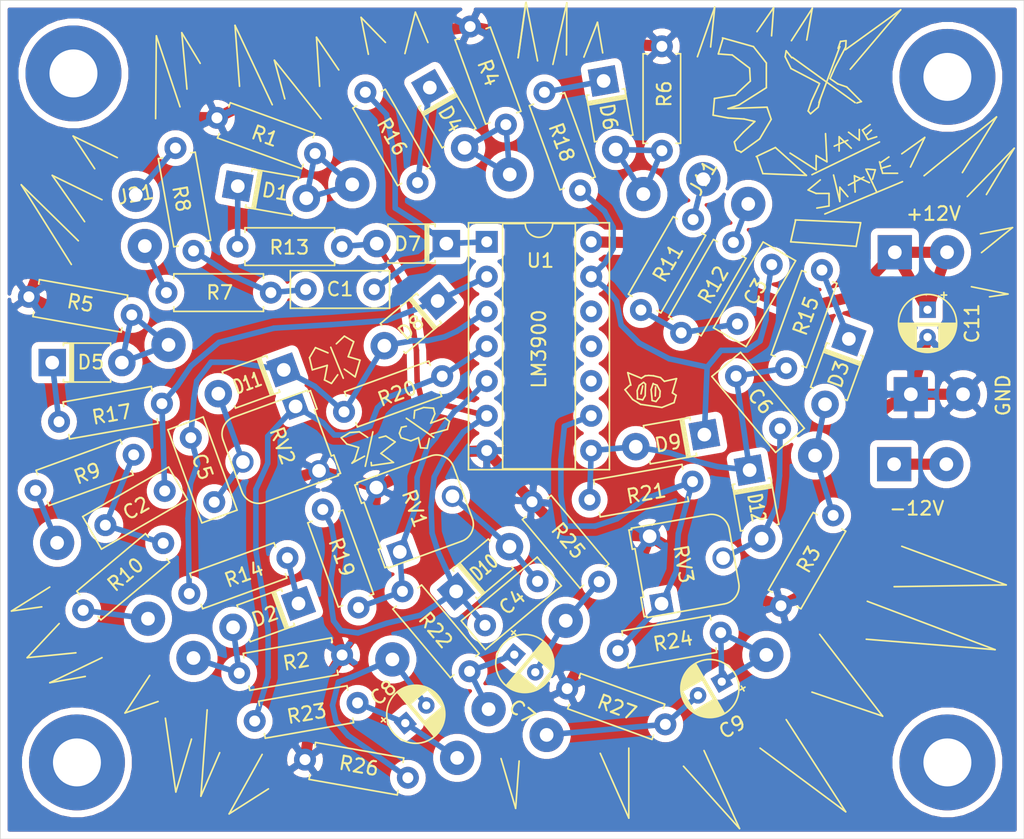
<source format=kicad_pcb>
(kicad_pcb (version 20171130) (host pcbnew "(5.1.2-1)-1")
  (layers (0 F.Cu signal hide) (31 B.Cu signal hide) (34 B.Paste user hide) (35 F.Paste user hide) (36 B.SilkS user hide) (37 F.SilkS user hide) (38 B.Mask user) (39 F.Mask user hide) (44 Edge.Cuts user))
  (net 0 "")
  (net 1 "Net-(C1-Pad2)")
  (net 2 "Net-(C1-Pad1)")
  (net 3 "Net-(C2-Pad1)")
  (net 4 "Net-(C2-Pad2)")
  (net 5 "Net-(C3-Pad1)")
  (net 6 "Net-(C3-Pad2)")
  (net 7 "Net-(C4-Pad1)")
  (net 8 "Net-(C4-Pad2)")
  (net 9 "Net-(C5-Pad2)")
  (net 10 "Net-(C5-Pad1)")
  (net 11 "Net-(C6-Pad1)")
  (net 12 "Net-(C6-Pad2)")
  (net 13 "Net-(C7-Pad2)")
  (net 14 "Net-(C7-Pad1)")
  (net 15 "Net-(C8-Pad1)")
  (net 16 "Net-(C8-Pad2)")
  (net 17 "Net-(C9-Pad1)")
  (net 18 "Net-(C9-Pad2)")
  (net 19 Earth)
  (net 20 +12V)
  (net 21 "Net-(D1-Pad2)")
  (net 22 "Net-(D1-Pad1)")
  (net 23 "Net-(D2-Pad1)")
  (net 24 "Net-(D2-Pad2)")
  (net 25 "Net-(D3-Pad1)")
  (net 26 "Net-(D3-Pad2)")
  (net 27 "Net-(D4-Pad1)")
  (net 28 "Net-(D4-Pad2)")
  (net 29 "Net-(D5-Pad1)")
  (net 30 "Net-(D5-Pad2)")
  (net 31 "Net-(D6-Pad2)")
  (net 32 "Net-(D6-Pad1)")
  (net 33 "Net-(J7-Pad1)")
  (net 34 "Net-(J8-Pad1)")
  (net 35 "Net-(J9-Pad1)")
  (net 36 "Net-(J10-Pad1)")
  (net 37 "Net-(J11-Pad1)")
  (net 38 -12V)
  (net 39 "Net-(J21-Pad1)")
  (net 40 "Net-(R19-Pad1)")
  (net 41 "Net-(R20-Pad1)")
  (net 42 "Net-(R21-Pad1)")
  (module MountingHole:MountingHole_3.5mm_Pad (layer F.Cu) (at 81.28 17.78)
    (fp_text reference REF** hide)
    (fp_text value MountingHole_3.5mm_Pad hide)
    (pad 1 thru_hole circle (at 0 0) (size 7 7) (drill 3.5) (layers *.Cu *.Mask))
  )
  (module MountingHole:MountingHole_3.5mm_Pad (layer F.Cu) (at 81.28 67.818)
    (fp_text reference REF** hide)
    (fp_text value MountingHole_3.5mm_Pad hide)
    (pad 1 thru_hole circle (at 0 0) (size 7 7) (drill 3.5) (layers *.Cu *.Mask))
  )
  (module MountingHole:MountingHole_3.5mm_Pad (layer F.Cu) (at 17.78 67.818)
    (fp_text reference REF** hide)
    (fp_text value MountingHole_3.5mm_Pad hide)
    (pad 1 thru_hole circle (at 0 0) (size 7 7) (drill 3.5) (layers *.Cu *.Mask))
  )
  (module MountingHole:MountingHole_3.5mm_Pad (layer F.Cu) (at 17.526 17.526)
    (fp_text reference REF** hide)
    (fp_text value MountingHole_3.5mm_Pad hide)
    (pad 1 thru_hole circle (at 0 0) (size 7 7) (drill 3.5) (layers *.Cu *.Mask))
  )
  (module Capacitor_THT:C_Rect_L7.0mm_W2.5mm_P5.00mm (layer F.Cu) (at 34.4678 33.2994)
    (fp_text reference C1 (at 2.5 -0.0254) (layer F.SilkS))
    (fp_text value 470n)
    (pad 2 thru_hole circle (at 5 0) (size 1.6 1.6) (drill 0.8) (layers *.Cu *.Mask) (net 1 "Net-(C1-Pad2)"))
    (pad 1 thru_hole circle (at 0 0) (size 1.6 1.6) (drill 0.8) (layers *.Cu *.Mask) (net 2 "Net-(C1-Pad1)"))
  )
  (module Capacitor_THT:C_Rect_L7.0mm_W2.5mm_P5.00mm (layer F.Cu) (at 19.852489 50.502082 30)
    (fp_text reference C2 (at 2.557711 0.060937 30) (layer F.SilkS))
    (fp_text value 470n)
    (pad 1 thru_hole circle (at 0 0 30) (size 1.6 1.6) (drill 0.8) (layers *.Cu *.Mask) (net 3 "Net-(C2-Pad1)"))
    (pad 2 thru_hole circle (at 5 0 30) (size 1.6 1.6) (drill 0.8) (layers *.Cu *.Mask) (net 4 "Net-(C2-Pad2)"))
  )
  (module Capacitor_THT:C_Rect_L7.0mm_W2.5mm_P5.00mm (layer F.Cu) (at 65.9638 35.814 60)
    (fp_text reference C3 (at 2.684128 -0.024554 60) (layer F.SilkS))
    (fp_text value 470n)
    (pad 1 thru_hole circle (at 0 0 60) (size 1.6 1.6) (drill 0.8) (layers *.Cu *.Mask) (net 5 "Net-(C3-Pad1)"))
    (pad 2 thru_hole circle (at 5 0 60) (size 1.6 1.6) (drill 0.8) (layers *.Cu *.Mask) (net 6 "Net-(C3-Pad2)"))
  )
  (module Capacitor_THT:C_Rect_L7.0mm_W2.5mm_P5.00mm (layer F.Cu) (at 47.551182 57.812052 40)
    (fp_text reference C4 (at 2.594494 -0.013503 40) (layer F.SilkS))
    (fp_text value 100p)
    (pad 1 thru_hole circle (at 0 0 40) (size 1.6 1.6) (drill 0.8) (layers *.Cu *.Mask) (net 7 "Net-(C4-Pad1)"))
    (pad 2 thru_hole circle (at 5 0 40) (size 1.6 1.6) (drill 0.8) (layers *.Cu *.Mask) (net 8 "Net-(C4-Pad2)"))
  )
  (module Capacitor_THT:C_Rect_L7.0mm_W2.5mm_P5.00mm (layer F.Cu) (at 26.0858 44.1198 290)
    (fp_text reference C5 (at 2.267741 -0.066603 110) (layer F.SilkS))
    (fp_text value 100p)
    (pad 2 thru_hole circle (at 5 0 290) (size 1.6 1.6) (drill 0.8) (layers *.Cu *.Mask) (net 9 "Net-(C5-Pad2)"))
    (pad 1 thru_hole circle (at 0 0 290) (size 1.6 1.6) (drill 0.8) (layers *.Cu *.Mask) (net 10 "Net-(C5-Pad1)"))
  )
  (module Capacitor_THT:C_Rect_L7.0mm_W2.5mm_P5.00mm (layer F.Cu) (at 65.8622 39.624 310)
    (fp_text reference C6 (at 2.543818 -0.186497 130) (layer F.SilkS))
    (fp_text value 100p)
    (pad 1 thru_hole circle (at 0 0 310) (size 1.6 1.6) (drill 0.8) (layers *.Cu *.Mask) (net 11 "Net-(C6-Pad1)"))
    (pad 2 thru_hole circle (at 5 0 310) (size 1.6 1.6) (drill 0.8) (layers *.Cu *.Mask) (net 12 "Net-(C6-Pad2)"))
  )
  (module Capacitor_THT:CP_Radial_D4.0mm_P2.00mm (layer F.Cu) (at 49.684725 59.953929 320)
    (fp_text reference C7 (at 3.113825 2.845191 140) (layer F.SilkS))
    (fp_text value 47u)
    (pad 2 thru_hole circle (at 2 0 320) (size 1.2 1.2) (drill 0.6) (layers *.Cu *.Mask) (net 13 "Net-(C7-Pad2)"))
    (pad 1 thru_hole rect (at 0 0 320) (size 1.2 1.2) (drill 0.6) (layers *.Cu *.Mask) (net 14 "Net-(C7-Pad1)"))
  )
  (module Capacitor_THT:CP_Radial_D4.0mm_P2.00mm (layer F.Cu) (at 41.7322 64.9478 40)
    (fp_text reference C8 (at 0.194608 -2.721394 40) (layer F.SilkS))
    (fp_text value 47u)
    (pad 1 thru_hole rect (at 0 0 40) (size 1.2 1.2) (drill 0.6) (layers *.Cu *.Mask) (net 15 "Net-(C8-Pad1)"))
    (pad 2 thru_hole circle (at 2 0 40) (size 1.2 1.2) (drill 0.6) (layers *.Cu *.Mask) (net 16 "Net-(C8-Pad2)"))
  )
  (module Capacitor_THT:CP_Radial_D4.0mm_P2.00mm (layer F.Cu) (at 64.8208 61.9252 210)
    (fp_text reference C9 (at 1 -3.25 30) (layer F.SilkS))
    (fp_text value 47u)
    (pad 1 thru_hole rect (at 0 0 210) (size 1.2 1.2) (drill 0.6) (layers *.Cu *.Mask) (net 17 "Net-(C9-Pad1)"))
    (pad 2 thru_hole circle (at 2 0 210) (size 1.2 1.2) (drill 0.6) (layers *.Cu *.Mask) (net 18 "Net-(C9-Pad2)"))
  )
  (module Capacitor_THT:CP_Radial_D4.0mm_P2.00mm (layer F.Cu) (at 79.8322 34.7726 270)
    (fp_text reference C11 (at 1 -3.25 90) (layer F.SilkS))
    (fp_text value 10u)
    (pad 2 thru_hole circle (at 2 0 270) (size 1.2 1.2) (drill 0.6) (layers *.Cu *.Mask) (net 19 Earth))
    (pad 1 thru_hole rect (at 0 0 270) (size 1.2 1.2) (drill 0.6) (layers *.Cu *.Mask) (net 20 +12V))
  )
  (module Diode_THT:D_T-1_P5.08mm_Horizontal (layer F.Cu) (at 29.512373 25.756228 350)
    (fp_text reference D1 (at 2.774376 -0.077166 170) (layer F.SilkS))
    (fp_text value 1N914)
    (pad 2 thru_hole oval (at 5.08 0 350) (size 2 2) (drill 1) (layers *.Cu *.Mask) (net 21 "Net-(D1-Pad2)"))
    (pad 1 thru_hole rect (at 0 0 350) (size 2 2) (drill 1) (layers *.Cu *.Mask) (net 22 "Net-(D1-Pad1)"))
  )
  (module Diode_THT:D_T-1_P5.08mm_Horizontal (layer F.Cu) (at 33.942283 56.218801 200)
    (fp_text reference D2 (at 2.617243 -0.038363 20) (layer F.SilkS))
    (fp_text value 1N914)
    (pad 1 thru_hole rect (at 0 0 200) (size 2 2) (drill 1) (layers *.Cu *.Mask) (net 23 "Net-(D2-Pad1)"))
    (pad 2 thru_hole oval (at 5.08 0 200) (size 2 2) (drill 1) (layers *.Cu *.Mask) (net 24 "Net-(D2-Pad2)"))
  )
  (module Diode_THT:D_T-1_P5.08mm_Horizontal (layer F.Cu) (at 74.0918 36.9062 250)
    (fp_text reference D3 (at 2.686488 -0.193928 70) (layer F.SilkS))
    (fp_text value 1N914)
    (pad 1 thru_hole rect (at 0 0 250) (size 2 2) (drill 1) (layers *.Cu *.Mask) (net 25 "Net-(D3-Pad1)"))
    (pad 2 thru_hole oval (at 5.08 0 250) (size 2 2) (drill 1) (layers *.Cu *.Mask) (net 26 "Net-(D3-Pad2)"))
  )
  (module Diode_THT:D_T-1_P5.08mm_Horizontal (layer F.Cu) (at 43.521468 18.560088 300)
    (fp_text reference D4 (at 2.729732 -0.141411 120) (layer F.SilkS))
    (fp_text value 1N914)
    (pad 1 thru_hole rect (at 0 0 300) (size 2 2) (drill 1) (layers *.Cu *.Mask) (net 27 "Net-(D4-Pad1)"))
    (pad 2 thru_hole oval (at 5.08 0 300) (size 2 2) (drill 1) (layers *.Cu *.Mask) (net 28 "Net-(D4-Pad2)"))
  )
  (module Diode_THT:D_T-1_P5.08mm_Horizontal (layer F.Cu) (at 15.9766 38.6334)
    (fp_text reference D5 (at 2.8194 -0.0254) (layer F.SilkS))
    (fp_text value 1N914)
    (pad 1 thru_hole rect (at 0 0) (size 2 2) (drill 1) (layers *.Cu *.Mask) (net 29 "Net-(D5-Pad1)"))
    (pad 2 thru_hole oval (at 5.08 0) (size 2 2) (drill 1) (layers *.Cu *.Mask) (net 30 "Net-(D5-Pad2)"))
  )
  (module Diode_THT:D_T-1_P5.08mm_Horizontal (layer F.Cu) (at 56.201116 18.076257 280)
    (fp_text reference D6 (at 2.648194 0.096638 100) (layer F.SilkS))
    (fp_text value 1N914)
    (pad 2 thru_hole oval (at 5.08 0 280) (size 2 2) (drill 1) (layers *.Cu *.Mask) (net 31 "Net-(D6-Pad2)"))
    (pad 1 thru_hole rect (at 0 0 280) (size 2 2) (drill 1) (layers *.Cu *.Mask) (net 32 "Net-(D6-Pad1)"))
  )
  (module Diode_THT:D_T-1_P5.08mm_Horizontal (layer F.Cu) (at 44.7294 29.9466 180)
    (fp_text reference D7 (at 2.8194 -0.0254) (layer F.SilkS))
    (fp_text value 1N914)
    (pad 2 thru_hole oval (at 5.08 0 180) (size 2 2) (drill 1) (layers *.Cu *.Mask) (net 7 "Net-(C4-Pad1)"))
    (pad 1 thru_hole rect (at 0 0 180) (size 2 2) (drill 1) (layers *.Cu *.Mask) (net 1 "Net-(C1-Pad2)"))
  )
  (module Diode_THT:D_T-1_P5.08mm_Horizontal (layer F.Cu) (at 44.0944 34.1376 220)
    (fp_text reference D8 (at 2.719609 -0.237935 40) (layer F.SilkS))
    (fp_text value 1N914)
    (pad 2 thru_hole oval (at 5.08 0 220) (size 2 2) (drill 1) (layers *.Cu *.Mask) (net 10 "Net-(C5-Pad1)"))
    (pad 1 thru_hole rect (at 0 0 220) (size 2 2) (drill 1) (layers *.Cu *.Mask) (net 4 "Net-(C2-Pad2)"))
  )
  (module Diode_THT:D_T-1_P5.08mm_Horizontal (layer F.Cu) (at 63.5508 43.8912 190)
    (fp_text reference D9 (at 2.711735 -0.166644 10) (layer F.SilkS))
    (fp_text value 1N914)
    (pad 1 thru_hole rect (at 0 0 190) (size 2 2) (drill 1) (layers *.Cu *.Mask) (net 6 "Net-(C3-Pad2)"))
    (pad 2 thru_hole oval (at 5.08 0 190) (size 2 2) (drill 1) (layers *.Cu *.Mask) (net 11 "Net-(C6-Pad1)"))
  )
  (module Diode_THT:D_T-1_P5.08mm_Horizontal (layer F.Cu) (at 45.441892 55.337815 40)
    (fp_text reference D10 (at 2.695973 -0.014199 40) (layer F.SilkS) (effects (font (size 1 0.7))))
    (fp_text value 1N914)
    (pad 1 thru_hole rect (at 0 0 40) (size 2 2) (drill 1) (layers *.Cu *.Mask) (net 7 "Net-(C4-Pad1)"))
    (pad 2 thru_hole oval (at 5.08 0 40) (size 2 2) (drill 1) (layers *.Cu *.Mask) (net 8 "Net-(C4-Pad2)"))
  )
  (module Diode_THT:D_T-1_P5.08mm_Horizontal (layer F.Cu) (at 32.8676 39.1668 200)
    (fp_text reference D11 (at 2.81241 -0.003511 20) (layer F.SilkS) (effects (font (size 1 0.7))))
    (fp_text value 1N914)
    (pad 2 thru_hole oval (at 5.08 0 200) (size 2 2) (drill 1) (layers *.Cu *.Mask) (net 9 "Net-(C5-Pad2)"))
    (pad 1 thru_hole rect (at 0 0 200) (size 2 2) (drill 1) (layers *.Cu *.Mask) (net 10 "Net-(C5-Pad1)"))
  )
  (module Diode_THT:D_T-1_P5.08mm_Horizontal (layer F.Cu) (at 66.8528 46.482 280)
    (fp_text reference D12 (at 2.789738 -0.023931 100) (layer F.SilkS) (effects (font (size 1 0.7))))
    (fp_text value 1N914)
    (pad 2 thru_hole oval (at 5.08 0 280) (size 2 2) (drill 1) (layers *.Cu *.Mask) (net 12 "Net-(C6-Pad2)"))
    (pad 1 thru_hole rect (at 0 0 280) (size 2 2) (drill 1) (layers *.Cu *.Mask) (net 11 "Net-(C6-Pad1)"))
  )
  (module Connector_Wire:SolderWirePad_1x01_Drill1mm (layer F.Cu) (at 37.865394 25.629998 350)
    (fp_text reference J1 hide)
    (fp_text value CV_1_A)
    (pad 1 thru_hole circle (at 0 0 350) (size 2.49936 2.49936) (drill 1.00076) (layers *.Cu *.Mask) (net 21 "Net-(D1-Pad2)"))
  )
  (module Connector_Wire:SolderWirePad_1x01_Drill1mm (layer F.Cu) (at 26.280941 60.196625 190)
    (fp_text reference J2 hide)
    (fp_text value CV_1_B)
    (pad 1 thru_hole circle (at 0 0 190) (size 2.49936 2.49936) (drill 1.00076) (layers *.Cu *.Mask) (net 24 "Net-(D2-Pad2)"))
  )
  (module Connector_Wire:SolderWirePad_1x01_Drill1mm (layer F.Cu) (at 71.628 45.4152 310)
    (fp_text reference J3 hide)
    (fp_text value CV_1_C)
    (pad 1 thru_hole circle (at 0 0 310) (size 2.49936 2.49936) (drill 1.00076) (layers *.Cu *.Mask) (net 26 "Net-(D3-Pad2)"))
  )
  (module Connector_Wire:SolderWirePad_1x01_Drill1mm (layer F.Cu) (at 49.35295 24.901309 300)
    (fp_text reference J4 hide)
    (fp_text value CV_2_A)
    (pad 1 thru_hole circle (at 0 0 300) (size 2.49936 2.49936) (drill 1.00076) (layers *.Cu *.Mask) (net 28 "Net-(D4-Pad2)"))
  )
  (module Connector_Wire:SolderWirePad_1x01_Drill1mm (layer F.Cu) (at 24.4602 37.338 350)
    (fp_text reference J5 hide)
    (fp_text value CV_2_B)
    (pad 1 thru_hole circle (at 0 0 350) (size 2.49936 2.49936) (drill 1.00076) (layers *.Cu *.Mask) (net 30 "Net-(D5-Pad2)"))
  )
  (module Connector_Wire:SolderWirePad_1x01_Drill1mm (layer F.Cu) (at 59.101536 26.334059 270)
    (fp_text reference J6 hide)
    (fp_text value CV_2_C)
    (pad 1 thru_hole circle (at 0 0 270) (size 2.49936 2.49936) (drill 1.00076) (layers *.Cu *.Mask) (net 31 "Net-(D6-Pad2)"))
  )
  (module Connector_Wire:SolderWirePad_1x01_Drill1mm (layer F.Cu) (at 22.0726 26.3906 10)
    (fp_text reference J7 hide)
    (fp_text value IN_A)
    (pad 1 thru_hole circle (at 0 0 10) (size 2.49936 2.49936) (drill 1.00076) (layers *.Cu *.Mask) (net 33 "Net-(J7-Pad1)"))
  )
  (module Connector_Wire:SolderWirePad_1x01_Drill1mm (layer F.Cu) (at 16.3322 51.7906 30)
    (fp_text reference J8 hide)
    (fp_text value Sum_In_B)
    (pad 1 thru_hole circle (at 0 0 30) (size 2.49936 2.49936) (drill 1.00076) (layers *.Cu *.Mask) (net 34 "Net-(J8-Pad1)"))
  )
  (module Connector_Wire:SolderWirePad_1x01_Drill1mm (layer F.Cu) (at 22.9616 57.3278 40)
    (fp_text reference J9 hide)
    (fp_text value IN_B)
    (pad 1 thru_hole circle (at 0 0 40) (size 2.49936 2.49936) (drill 1.00076) (layers *.Cu *.Mask) (net 35 "Net-(J9-Pad1)"))
  )
  (module Connector_Wire:SolderWirePad_1x01_Drill1mm (layer F.Cu) (at 63.4746 25.2476 330)
    (fp_text reference J10 hide)
    (fp_text value Sum_In_C)
    (pad 1 thru_hole circle (at 0 0 330) (size 2.49936 2.49936) (drill 1.00076) (layers *.Cu *.Mask) (net 36 "Net-(J10-Pad1)"))
  )
  (module Connector_Wire:SolderWirePad_1x01_Drill1mm (layer F.Cu) (at 66.7512 27.051 60)
    (fp_text reference J11 (at 0 -3.81 60) (layer F.SilkS))
    (fp_text value IN_C)
    (pad 1 thru_hole circle (at 0 0 60) (size 2.49936 2.49936) (drill 1.00076) (layers *.Cu *.Mask) (net 37 "Net-(J11-Pad1)"))
  )
  (module Connector_Wire:SolderWirePad_1x01_Drill1mm (layer F.Cu) (at 47.80879 63.934388 130)
    (fp_text reference J12 hide)
    (fp_text value DC_OUT_A)
    (pad 1 thru_hole circle (at 0 0 130) (size 2.49936 2.49936) (drill 1.00076) (layers *.Cu *.Mask) (net 14 "Net-(C7-Pad1)"))
  )
  (module Connector_Wire:SolderWirePad_1x01_Drill1mm (layer F.Cu) (at 53.4416 57.4802 220)
    (fp_text reference J13 hide)
    (fp_text value AC_OUT_A)
    (pad 1 thru_hole circle (at 0 0 220) (size 2.49936 2.49936) (drill 1.00076) (layers *.Cu *.Mask) (net 13 "Net-(C7-Pad2)"))
  )
  (module Connector_Wire:SolderWirePad_1x01_Drill1mm (layer F.Cu) (at 45.5168 67.4878 40)
    (fp_text reference J14 hide)
    (fp_text value DC_OUT_B)
    (pad 1 thru_hole circle (at 0 0 40) (size 2.49936 2.49936) (drill 1.00076) (layers *.Cu *.Mask) (net 15 "Net-(C8-Pad1)"))
  )
  (module Connector_Wire:SolderWirePad_1x01_Drill1mm (layer F.Cu) (at 40.7924 60.2996 120)
    (fp_text reference J15 hide)
    (fp_text value AC_OUT_B)
    (pad 1 thru_hole circle (at 0 0 120) (size 2.49936 2.49936) (drill 1.00076) (layers *.Cu *.Mask) (net 16 "Net-(C8-Pad2)"))
  )
  (module Connector_Wire:SolderWirePad_1x01_Drill1mm (layer F.Cu) (at 68.072 59.9694)
    (fp_text reference J16 hide)
    (fp_text value DC_OUT_C)
    (pad 1 thru_hole circle (at 0 0) (size 2.49936 2.49936) (drill 1.00076) (layers *.Cu *.Mask) (net 17 "Net-(C9-Pad1)"))
  )
  (module Connector_Wire:SolderWirePad_1x01_Drill1mm (layer F.Cu) (at 52.0446 65.8114 70)
    (fp_text reference J17 hide)
    (fp_text value AC_OUT_C)
    (pad 1 thru_hole circle (at 0 0 70) (size 2.49936 2.49936) (drill 1.00076) (layers *.Cu *.Mask) (net 18 "Net-(C9-Pad2)"))
  )
  (module Connector_Wire:SolderWirePad_1x02_P3.81mm_Drill1mm (layer F.Cu) (at 77.4446 30.5816)
    (fp_text reference J18 hide)
    (fp_text value +12V_Conn)
    (pad 1 thru_hole rect (at 0 0) (size 2.49936 2.49936) (drill 1.00076) (layers *.Cu *.Mask) (net 20 +12V))
    (pad 2 thru_hole circle (at 3.81 0) (size 2.49936 2.49936) (drill 1.00076) (layers *.Cu *.Mask) (net 20 +12V))
  )
  (module Connector_Wire:SolderWirePad_1x02_P3.81mm_Drill1mm (layer F.Cu) (at 78.613 40.9448)
    (fp_text reference J19 hide)
    (fp_text value GND_Conn)
    (pad 2 thru_hole circle (at 3.81 0) (size 2.49936 2.49936) (drill 1.00076) (layers *.Cu *.Mask) (net 19 Earth))
    (pad 1 thru_hole rect (at 0 0) (size 2.49936 2.49936) (drill 1.00076) (layers *.Cu *.Mask) (net 19 Earth))
  )
  (module Connector_Wire:SolderWirePad_1x02_P3.81mm_Drill1mm (layer F.Cu) (at 77.3938 46.0502)
    (fp_text reference J20 hide)
    (fp_text value -12V_Conn)
    (pad 1 thru_hole rect (at 0 0) (size 2.49936 2.49936) (drill 1.00076) (layers *.Cu *.Mask) (net 38 -12V))
    (pad 2 thru_hole circle (at 3.81 0) (size 2.49936 2.49936) (drill 1.00076) (layers *.Cu *.Mask) (net 38 -12V))
  )
  (module Connector_Wire:SolderWirePad_1x01_Drill1mm (layer F.Cu) (at 22.733 30.1244 10)
    (fp_text reference J21 (at 0 -3.81 10) (layer F.SilkS))
    (fp_text value AUX_In_A)
    (pad 1 thru_hole circle (at 0 0 10) (size 2.49936 2.49936) (drill 1.00076) (layers *.Cu *.Mask) (net 39 "Net-(J21-Pad1)"))
  )
  (module Resistor_THT:R_Axial_DIN0207_L6.3mm_D2.5mm_P7.62mm_Horizontal (layer F.Cu) (at 27.993212 20.768453 340)
    (fp_text reference R1 (at 3.746276 0.051341 160) (layer F.SilkS))
    (fp_text value 100K)
    (pad 2 thru_hole oval (at 7.62 0 340) (size 1.6 1.6) (drill 0.8) (layers *.Cu *.Mask) (net 21 "Net-(D1-Pad2)"))
    (pad 1 thru_hole circle (at 0 0 340) (size 1.6 1.6) (drill 0.8) (layers *.Cu *.Mask) (net 19 Earth))
  )
  (module Resistor_THT:R_Axial_DIN0207_L6.3mm_D2.5mm_P7.62mm_Horizontal (layer F.Cu) (at 37.12254 59.980757 190)
    (fp_text reference R2 (at 3.371651 0.116 10) (layer F.SilkS))
    (fp_text value 100K)
    (pad 2 thru_hole oval (at 7.62 0 190) (size 1.6 1.6) (drill 0.8) (layers *.Cu *.Mask) (net 24 "Net-(D2-Pad2)"))
    (pad 1 thru_hole circle (at 0 0 190) (size 1.6 1.6) (drill 0.8) (layers *.Cu *.Mask) (net 19 Earth))
  )
  (module Resistor_THT:R_Axial_DIN0207_L6.3mm_D2.5mm_P7.62mm_Horizontal (layer F.Cu) (at 69.1388 56.388 60)
    (fp_text reference R3 (at 3.941607 0.070664 60) (layer F.SilkS))
    (fp_text value 100K)
    (pad 2 thru_hole oval (at 7.62 0 60) (size 1.6 1.6) (drill 0.8) (layers *.Cu *.Mask) (net 26 "Net-(D3-Pad2)"))
    (pad 1 thru_hole circle (at 0 0 60) (size 1.6 1.6) (drill 0.8) (layers *.Cu *.Mask) (net 19 Earth))
  )
  (module Resistor_THT:R_Axial_DIN0207_L6.3mm_D2.5mm_P7.62mm_Horizontal (layer F.Cu) (at 46.463112 14.104765 290)
    (fp_text reference R4 (at 3.616686 -0.08227 110) (layer F.SilkS))
    (fp_text value R_US)
    (pad 1 thru_hole circle (at 0 0 290) (size 1.6 1.6) (drill 0.8) (layers *.Cu *.Mask) (net 19 Earth))
    (pad 2 thru_hole oval (at 7.62 0 290) (size 1.6 1.6) (drill 0.8) (layers *.Cu *.Mask) (net 28 "Net-(D4-Pad2)"))
  )
  (module Resistor_THT:R_Axial_DIN0207_L6.3mm_D2.5mm_P7.62mm_Horizontal (layer F.Cu) (at 14.2748 33.8328 350)
    (fp_text reference R5 (at 3.781481 -0.202524 170) (layer F.SilkS))
    (fp_text value R_US)
    (pad 1 thru_hole circle (at 0 0 350) (size 1.6 1.6) (drill 0.8) (layers *.Cu *.Mask) (net 19 Earth))
    (pad 2 thru_hole oval (at 7.62 0 350) (size 1.6 1.6) (drill 0.8) (layers *.Cu *.Mask) (net 30 "Net-(D5-Pad2)"))
  )
  (module Resistor_THT:R_Axial_DIN0207_L6.3mm_D2.5mm_P7.62mm_Horizontal (layer F.Cu) (at 60.44935 15.54754 270)
    (fp_text reference R6 (at 3.47706 -0.18045 90) (layer F.SilkS))
    (fp_text value R_US)
    (pad 2 thru_hole oval (at 7.62 0 270) (size 1.6 1.6) (drill 0.8) (layers *.Cu *.Mask) (net 31 "Net-(D6-Pad2)"))
    (pad 1 thru_hole circle (at 0 0 270) (size 1.6 1.6) (drill 0.8) (layers *.Cu *.Mask) (net 19 Earth))
  )
  (module Resistor_THT:R_Axial_DIN0207_L6.3mm_D2.5mm_P7.62mm_Horizontal (layer F.Cu) (at 31.9278 33.528 180)
    (fp_text reference R7 (at 3.7338 0) (layer F.SilkS))
    (fp_text value 220k)
    (pad 2 thru_hole oval (at 7.62 0 180) (size 1.6 1.6) (drill 0.8) (layers *.Cu *.Mask) (net 39 "Net-(J21-Pad1)"))
    (pad 1 thru_hole circle (at 0 0 180) (size 1.6 1.6) (drill 0.8) (layers *.Cu *.Mask) (net 2 "Net-(C1-Pad1)"))
  )
  (module Resistor_THT:R_Axial_DIN0207_L6.3mm_D2.5mm_P7.62mm_Horizontal (layer F.Cu) (at 26.289 30.48 100)
    (fp_text reference R8 (at 3.906491 -0.213895 100) (layer F.SilkS))
    (fp_text value 220k)
    (pad 1 thru_hole circle (at 0 0 100) (size 1.6 1.6) (drill 0.8) (layers *.Cu *.Mask) (net 2 "Net-(C1-Pad1)"))
    (pad 2 thru_hole oval (at 7.62 0 100) (size 1.6 1.6) (drill 0.8) (layers *.Cu *.Mask) (net 33 "Net-(J7-Pad1)"))
  )
  (module Resistor_THT:R_Axial_DIN0207_L6.3mm_D2.5mm_P7.62mm_Horizontal (layer F.Cu) (at 21.9202 45.3644 200)
    (fp_text reference R9 (at 3.643584 -0.13347 20) (layer F.SilkS))
    (fp_text value 220k)
    (pad 1 thru_hole circle (at 0 0 200) (size 1.6 1.6) (drill 0.8) (layers *.Cu *.Mask) (net 3 "Net-(C2-Pad1)"))
    (pad 2 thru_hole oval (at 7.62 0 200) (size 1.6 1.6) (drill 0.8) (layers *.Cu *.Mask) (net 34 "Net-(J8-Pad1)"))
  )
  (module Resistor_THT:R_Axial_DIN0207_L6.3mm_D2.5mm_P7.62mm_Horizontal (layer F.Cu) (at 24.073741 51.819104 220)
    (fp_text reference R10 (at 3.564649 0.010986 40) (layer F.SilkS))
    (fp_text value 220k)
    (pad 2 thru_hole oval (at 7.62 0 220) (size 1.6 1.6) (drill 0.8) (layers *.Cu *.Mask) (net 35 "Net-(J9-Pad1)"))
    (pad 1 thru_hole circle (at 0 0 220) (size 1.6 1.6) (drill 0.8) (layers *.Cu *.Mask) (net 3 "Net-(C2-Pad1)"))
  )
  (module Resistor_THT:R_Axial_DIN0207_L6.3mm_D2.5mm_P7.62mm_Horizontal (layer F.Cu) (at 58.923198 34.794663 60)
    (fp_text reference R11 (at 3.959712 0.007097 60) (layer F.SilkS))
    (fp_text value 220k)
    (pad 1 thru_hole circle (at 0 0 60) (size 1.6 1.6) (drill 0.8) (layers *.Cu *.Mask) (net 5 "Net-(C3-Pad1)"))
    (pad 2 thru_hole oval (at 7.62 0 60) (size 1.6 1.6) (drill 0.8) (layers *.Cu *.Mask) (net 36 "Net-(J10-Pad1)"))
  )
  (module Resistor_THT:R_Axial_DIN0207_L6.3mm_D2.5mm_P7.62mm_Horizontal (layer F.Cu) (at 61.861503 36.461765 60)
    (fp_text reference R12 (at 4.199499 0.288615 60) (layer F.SilkS))
    (fp_text value 220k)
    (pad 2 thru_hole oval (at 7.62 0 60) (size 1.6 1.6) (drill 0.8) (layers *.Cu *.Mask) (net 37 "Net-(J11-Pad1)"))
    (pad 1 thru_hole circle (at 0 0 60) (size 1.6 1.6) (drill 0.8) (layers *.Cu *.Mask) (net 5 "Net-(C3-Pad1)"))
  )
  (module Resistor_THT:R_Axial_DIN0207_L6.3mm_D2.5mm_P7.62mm_Horizontal (layer F.Cu) (at 37.117092 30.166374 180)
    (fp_text reference R13 (at 3.843092 -0.059626) (layer F.SilkS))
    (fp_text value 1M5)
    (pad 1 thru_hole circle (at 0 0 180) (size 1.6 1.6) (drill 0.8) (layers *.Cu *.Mask) (net 7 "Net-(C4-Pad1)"))
    (pad 2 thru_hole oval (at 7.62 0 180) (size 1.6 1.6) (drill 0.8) (layers *.Cu *.Mask) (net 22 "Net-(D1-Pad1)"))
  )
  (module Resistor_THT:R_Axial_DIN0207_L6.3mm_D2.5mm_P7.62mm_Horizontal (layer F.Cu) (at 25.975745 55.496344 20)
    (fp_text reference R14 (at 4.232145 0.056545 20) (layer F.SilkS))
    (fp_text value 1M5)
    (pad 1 thru_hole circle (at 0 0 20) (size 1.6 1.6) (drill 0.8) (layers *.Cu *.Mask) (net 10 "Net-(C5-Pad1)"))
    (pad 2 thru_hole oval (at 7.62 0 20) (size 1.6 1.6) (drill 0.8) (layers *.Cu *.Mask) (net 23 "Net-(D2-Pad1)"))
  )
  (module Resistor_THT:R_Axial_DIN0207_L6.3mm_D2.5mm_P7.62mm_Horizontal (layer F.Cu) (at 69.5198 39.0398 70)
    (fp_text reference R15 (at 4.075406 0.05739 70) (layer F.SilkS))
    (fp_text value 1M5)
    (pad 1 thru_hole circle (at 0 0 70) (size 1.6 1.6) (drill 0.8) (layers *.Cu *.Mask) (net 11 "Net-(C6-Pad1)"))
    (pad 2 thru_hole oval (at 7.62 0 70) (size 1.6 1.6) (drill 0.8) (layers *.Cu *.Mask) (net 25 "Net-(D3-Pad1)"))
  )
  (module Resistor_THT:R_Axial_DIN0207_L6.3mm_D2.5mm_P7.62mm_Horizontal (layer F.Cu) (at 38.819263 18.899227 300)
    (fp_text reference R16 (at 3.788081 -0.062003 120) (layer F.SilkS))
    (fp_text value R_US)
    (pad 2 thru_hole oval (at 7.62 0 300) (size 1.6 1.6) (drill 0.8) (layers *.Cu *.Mask) (net 27 "Net-(D4-Pad1)"))
    (pad 1 thru_hole circle (at 0 0 300) (size 1.6 1.6) (drill 0.8) (layers *.Cu *.Mask) (net 1 "Net-(C1-Pad2)"))
  )
  (module Resistor_THT:R_Axial_DIN0207_L6.3mm_D2.5mm_P7.62mm_Horizontal (layer F.Cu) (at 23.9776 41.6306 190)
    (fp_text reference R17 (at 3.738763 -0.140302 10) (layer F.SilkS))
    (fp_text value R_US)
    (pad 2 thru_hole oval (at 7.62 0 190) (size 1.6 1.6) (drill 0.8) (layers *.Cu *.Mask) (net 29 "Net-(D5-Pad1)"))
    (pad 1 thru_hole circle (at 0 0 190) (size 1.6 1.6) (drill 0.8) (layers *.Cu *.Mask) (net 4 "Net-(C2-Pad2)"))
  )
  (module Resistor_THT:R_Axial_DIN0207_L6.3mm_D2.5mm_P7.62mm_Horizontal (layer F.Cu) (at 54.488784 26.064154 110)
    (fp_text reference R18 (at 3.759744 -0.070316 110) (layer F.SilkS))
    (fp_text value R_US)
    (pad 1 thru_hole circle (at 0 0 110) (size 1.6 1.6) (drill 0.8) (layers *.Cu *.Mask) (net 6 "Net-(C3-Pad2)"))
    (pad 2 thru_hole oval (at 7.62 0 110) (size 1.6 1.6) (drill 0.8) (layers *.Cu *.Mask) (net 32 "Net-(D6-Pad1)"))
  )
  (module Resistor_THT:R_Axial_DIN0207_L6.3mm_D2.5mm_P7.62mm_Horizontal (layer F.Cu) (at 38.324617 56.515965 110)
    (fp_text reference R19 (at 3.886111 0.094192 110) (layer F.SilkS))
    (fp_text value 1M5)
    (pad 1 thru_hole circle (at 0 0 110) (size 1.6 1.6) (drill 0.8) (layers *.Cu *.Mask) (net 40 "Net-(R19-Pad1)"))
    (pad 2 thru_hole oval (at 7.62 0 110) (size 1.6 1.6) (drill 0.8) (layers *.Cu *.Mask) (net 7 "Net-(C4-Pad1)"))
  )
  (module Resistor_THT:R_Axial_DIN0207_L6.3mm_D2.5mm_P7.62mm_Horizontal (layer F.Cu) (at 44.4246 39.624 200)
    (fp_text reference R20 (at 3.513362 -0.072746 20) (layer F.SilkS))
    (fp_text value 1M5)
    (pad 2 thru_hole oval (at 7.62 0 200) (size 1.6 1.6) (drill 0.8) (layers *.Cu *.Mask) (net 10 "Net-(C5-Pad1)"))
    (pad 1 thru_hole circle (at 0 0 200) (size 1.6 1.6) (drill 0.8) (layers *.Cu *.Mask) (net 41 "Net-(R20-Pad1)"))
  )
  (module Resistor_THT:R_Axial_DIN0207_L6.3mm_D2.5mm_P7.62mm_Horizontal (layer F.Cu) (at 62.6872 47.3202 190)
    (fp_text reference R21 (at 3.47684 -0.263862 10) (layer F.SilkS))
    (fp_text value 1M5)
    (pad 2 thru_hole oval (at 7.62 0 190) (size 1.6 1.6) (drill 0.8) (layers *.Cu *.Mask) (net 11 "Net-(C6-Pad1)"))
    (pad 1 thru_hole circle (at 0 0 190) (size 1.6 1.6) (drill 0.8) (layers *.Cu *.Mask) (net 42 "Net-(R21-Pad1)"))
  )
  (module Resistor_THT:R_Axial_DIN0207_L6.3mm_D2.5mm_P7.62mm_Horizontal (layer F.Cu) (at 46.42347 61.167959 130)
    (fp_text reference R22 (at 3.894692 0.028706 130) (layer F.SilkS))
    (fp_text value 330)
    (pad 1 thru_hole circle (at 0 0 130) (size 1.6 1.6) (drill 0.8) (layers *.Cu *.Mask) (net 14 "Net-(C7-Pad1)"))
    (pad 2 thru_hole oval (at 7.62 0 130) (size 1.6 1.6) (drill 0.8) (layers *.Cu *.Mask) (net 40 "Net-(R19-Pad1)"))
  )
  (module Resistor_THT:R_Axial_DIN0207_L6.3mm_D2.5mm_P7.62mm_Horizontal (layer F.Cu) (at 38.2524 63.4746 190)
    (fp_text reference R23 (at 3.788792 -0.131481 10) (layer F.SilkS))
    (fp_text value 330)
    (pad 1 thru_hole circle (at 0 0 190) (size 1.6 1.6) (drill 0.8) (layers *.Cu *.Mask) (net 15 "Net-(C8-Pad1)"))
    (pad 2 thru_hole oval (at 7.62 0 190) (size 1.6 1.6) (drill 0.8) (layers *.Cu *.Mask) (net 41 "Net-(R20-Pad1)"))
  )
  (module Resistor_THT:R_Axial_DIN0207_L6.3mm_D2.5mm_P7.62mm_Horizontal (layer F.Cu) (at 64.7446 58.3438 190)
    (fp_text reference R24 (at 3.537201 -0.021092 10) (layer F.SilkS))
    (fp_text value 330)
    (pad 2 thru_hole oval (at 7.62 0 190) (size 1.6 1.6) (drill 0.8) (layers *.Cu *.Mask) (net 42 "Net-(R21-Pad1)"))
    (pad 1 thru_hole circle (at 0 0 190) (size 1.6 1.6) (drill 0.8) (layers *.Cu *.Mask) (net 17 "Net-(C9-Pad1)"))
  )
  (module Resistor_THT:R_Axial_DIN0207_L6.3mm_D2.5mm_P7.62mm_Horizontal (layer F.Cu) (at 50.9778 48.7934 310)
    (fp_text reference R25 (at 3.877231 -0.194981 130) (layer F.SilkS))
    (fp_text value 150k)
    (pad 2 thru_hole oval (at 7.62 0 310) (size 1.6 1.6) (drill 0.8) (layers *.Cu *.Mask) (net 13 "Net-(C7-Pad2)"))
    (pad 1 thru_hole circle (at 0 0 310) (size 1.6 1.6) (drill 0.8) (layers *.Cu *.Mask) (net 19 Earth))
  )
  (module Resistor_THT:R_Axial_DIN0207_L6.3mm_D2.5mm_P7.62mm_Horizontal (layer F.Cu) (at 34.417 67.6148 350)
    (fp_text reference R26 (at 3.95658 -0.233399 170) (layer F.SilkS))
    (fp_text value 150k)
    (pad 1 thru_hole circle (at 0 0 350) (size 1.6 1.6) (drill 0.8) (layers *.Cu *.Mask) (net 19 Earth))
    (pad 2 thru_hole oval (at 7.62 0 350) (size 1.6 1.6) (drill 0.8) (layers *.Cu *.Mask) (net 16 "Net-(C8-Pad2)"))
  )
  (module Resistor_THT:R_Axial_DIN0207_L6.3mm_D2.5mm_P7.62mm_Horizontal (layer F.Cu) (at 53.5432 62.4332 340)
    (fp_text reference R27 (at 3.882266 0.046597 160) (layer F.SilkS))
    (fp_text value 150k)
    (pad 1 thru_hole circle (at 0 0 340) (size 1.6 1.6) (drill 0.8) (layers *.Cu *.Mask) (net 19 Earth))
    (pad 2 thru_hole oval (at 7.62 0 340) (size 1.6 1.6) (drill 0.8) (layers *.Cu *.Mask) (net 18 "Net-(C9-Pad2)"))
  )
  (module Potentiometer_THT:Potentiometer_Runtron_RM-065_Vertical (layer F.Cu) (at 41.33209 52.452293 110)
    (fp_text reference RV1 (at 2.613336 2.106778 110) (layer F.SilkS))
    (fp_text value 20k)
    (pad 3 thru_hole circle (at 5 0 110) (size 1.55 1.55) (drill 1) (layers *.Cu *.Mask) (net 19 Earth))
    (pad 1 thru_hole rect (at 0 0 110) (size 1.55 1.55) (drill 1) (layers *.Cu *.Mask) (net 40 "Net-(R19-Pad1)"))
    (pad 2 thru_hole circle (at 2.5 5 110) (size 1.55 1.55) (drill 1) (layers *.Cu *.Mask) (net 8 "Net-(C4-Pad2)"))
  )
  (module Potentiometer_THT:Potentiometer_Runtron_RM-065_Vertical (layer F.Cu) (at 33.7312 41.8338 290)
    (fp_text reference RV2 (at 2.366988 1.888658 110) (layer F.SilkS))
    (fp_text value 20k)
    (pad 3 thru_hole circle (at 5 0 290) (size 1.55 1.55) (drill 1) (layers *.Cu *.Mask) (net 19 Earth))
    (pad 1 thru_hole rect (at 0 0 290) (size 1.55 1.55) (drill 1) (layers *.Cu *.Mask) (net 41 "Net-(R20-Pad1)"))
    (pad 2 thru_hole circle (at 2.5 5 290) (size 1.55 1.55) (drill 1) (layers *.Cu *.Mask) (net 9 "Net-(C5-Pad2)"))
  )
  (module Potentiometer_THT:Potentiometer_Runtron_RM-065_Vertical (layer F.Cu) (at 60.4266 56.2356 100)
    (fp_text reference RV3 (at 2.573738 2.078705 100) (layer F.SilkS))
    (fp_text value 20k)
    (pad 2 thru_hole circle (at 2.5 5 100) (size 1.55 1.55) (drill 1) (layers *.Cu *.Mask) (net 12 "Net-(C6-Pad2)"))
    (pad 1 thru_hole rect (at 0 0 100) (size 1.55 1.55) (drill 1) (layers *.Cu *.Mask) (net 42 "Net-(R21-Pad1)"))
    (pad 3 thru_hole circle (at 5 0 100) (size 1.55 1.55) (drill 1) (layers *.Cu *.Mask) (net 19 Earth))
  )
  (module Package_DIP:DIP-14_W7.62mm_Socket (layer F.Cu) (at 47.6758 29.8196)
    (fp_text reference U1 (at 3.9116 1.3716) (layer F.SilkS))
    (fp_text value LM3900)
    (pad 1 thru_hole rect (at 0 0) (size 1.6 1.6) (drill 0.8) (layers *.Cu *.Mask) (net 1 "Net-(C1-Pad2)"))
    (pad 8 thru_hole oval (at 7.62 15.24) (size 1.6 1.6) (drill 0.8) (layers *.Cu *.Mask) (net 11 "Net-(C6-Pad1)"))
    (pad 2 thru_hole oval (at 0 2.54) (size 1.6 1.6) (drill 0.8) (layers *.Cu *.Mask) (net 4 "Net-(C2-Pad2)"))
    (pad 9 thru_hole oval (at 7.62 12.7) (size 1.6 1.6) (drill 0.8) (layers *.Cu *.Mask) (net 42 "Net-(R21-Pad1)"))
    (pad 3 thru_hole oval (at 0 5.08) (size 1.6 1.6) (drill 0.8) (layers *.Cu *.Mask) (net 10 "Net-(C5-Pad1)"))
    (pad 10 thru_hole oval (at 7.62 10.16) (size 1.6 1.6) (drill 0.8) (layers *.Cu *.Mask))
    (pad 4 thru_hole oval (at 0 7.62) (size 1.6 1.6) (drill 0.8) (layers *.Cu *.Mask) (net 41 "Net-(R20-Pad1)"))
    (pad 11 thru_hole oval (at 7.62 7.62) (size 1.6 1.6) (drill 0.8) (layers *.Cu *.Mask))
    (pad 5 thru_hole oval (at 0 10.16) (size 1.6 1.6) (drill 0.8) (layers *.Cu *.Mask) (net 40 "Net-(R19-Pad1)"))
    (pad 12 thru_hole oval (at 7.62 5.08) (size 1.6 1.6) (drill 0.8) (layers *.Cu *.Mask))
    (pad 6 thru_hole oval (at 0 12.7) (size 1.6 1.6) (drill 0.8) (layers *.Cu *.Mask) (net 7 "Net-(C4-Pad1)"))
    (pad 13 thru_hole oval (at 7.62 2.54) (size 1.6 1.6) (drill 0.8) (layers *.Cu *.Mask) (net 6 "Net-(C3-Pad2)"))
    (pad 7 thru_hole oval (at 0 15.24) (size 1.6 1.6) (drill 0.8) (layers *.Cu *.Mask) (net 19 Earth))
    (pad 14 thru_hole oval (at 7.62 0) (size 1.6 1.6) (drill 0.8) (layers *.Cu *.Mask) (net 20 +12V))
  )
  (gr_text LM3900 (at 51.4858 37.6428 90) (layer F.SilkS) (effects (font (size 1 1))))
  (gr_line (start 68.7324 22.9362) (end 67.3354 23.5966) (layer F.SilkS) (width 0.12))
  (gr_line (start 70.993 24.9682) (end 68.7324 22.9362) (layer F.SilkS) (width 0.12))
  (gr_line (start 67.818 24.8412) (end 70.993 24.9682) (layer F.SilkS) (width 0.12))
  (gr_line (start 67.3862 23.5966) (end 67.818 24.8412) (layer F.SilkS) (width 0.12))
  (gr_line (start 74.9554 28.4226) (end 70.1802 28.2194) (layer F.SilkS) (width 0.12))
  (gr_line (start 74.6252 30.1498) (end 74.9554 28.4226) (layer F.SilkS) (width 0.12))
  (gr_line (start 69.85 29.8196) (end 74.6252 30.1498) (layer F.SilkS) (width 0.12))
  (gr_line (start 70.2056 28.2448) (end 69.85 29.8196) (layer F.SilkS) (width 0.12))
  (gr_line (start 72.3392 27.7876) (end 78.0034 25.4254) (layer F.SilkS) (width 0.12))
  (gr_line (start 71.3994 24.9174) (end 76.327 22.5298) (layer F.SilkS) (width 0.12))
  (gr_line (start 73.4822 15.1892) (end 73.3044 15.6972) (layer F.SilkS) (width 0.12))
  (gr_line (start 73.8886 15.1384) (end 73.4822 15.1892) (layer F.SilkS) (width 0.12))
  (gr_line (start 73.8632 15.5956) (end 73.8886 15.1384) (layer F.SilkS) (width 0.12))
  (gr_line (start 73.1012 17.0434) (end 73.8632 15.5956) (layer F.SilkS) (width 0.12))
  (gr_line (start 72.7202 17.907) (end 73.1012 17.0434) (layer F.SilkS) (width 0.12))
  (gr_line (start 73.279 18.288) (end 72.7202 17.907) (layer F.SilkS) (width 0.12))
  (gr_line (start 73.9394 18.5166) (end 73.279 18.288) (layer F.SilkS) (width 0.12))
  (gr_line (start 75.0062 19.5834) (end 73.9394 18.5166) (layer F.SilkS) (width 0.12))
  (gr_line (start 74.676 19.685) (end 75.0062 19.5834) (layer F.SilkS) (width 0.12))
  (gr_line (start 71.8566 19.9898) (end 71.9836 19.4818) (layer F.SilkS) (width 0.12))
  (gr_line (start 71.2978 20.4724) (end 71.8566 19.9898) (layer F.SilkS) (width 0.12))
  (gr_line (start 71.12 20.2692) (end 71.2978 20.4724) (layer F.SilkS) (width 0.12))
  (gr_line (start 71.374 19.5326) (end 71.12 20.2692) (layer F.SilkS) (width 0.12))
  (gr_line (start 71.9328 18.3134) (end 71.374 19.5326) (layer F.SilkS) (width 0.12))
  (gr_line (start 69.5198 15.875) (end 69.9262 16.383) (layer F.SilkS) (width 0.12))
  (gr_line (start 69.4436 16.3068) (end 69.5198 15.875) (layer F.SilkS) (width 0.12))
  (gr_line (start 69.8754 17.1704) (end 69.4436 16.3068) (layer F.SilkS) (width 0.12))
  (gr_line (start 71.9582 18.2626) (end 69.8754 17.1704) (layer F.SilkS) (width 0.12))
  (gr_line (start 65.8876 23.114) (end 66.2432 23.2664) (layer F.SilkS) (width 0.12))
  (gr_line (start 65.7352 22.5298) (end 65.8876 23.114) (layer F.SilkS) (width 0.12))
  (gr_line (start 66.3956 21.8186) (end 65.7352 22.5298) (layer F.SilkS) (width 0.12))
  (gr_line (start 67.2338 21.0312) (end 66.3956 21.8186) (layer F.SilkS) (width 0.12))
  (gr_line (start 66.4464 20.8534) (end 67.2338 21.0312) (layer F.SilkS) (width 0.12))
  (gr_line (start 65.278 20.7772) (end 66.4464 20.8534) (layer F.SilkS) (width 0.12))
  (gr_line (start 64.1858 20.574) (end 65.278 20.7772) (layer F.SilkS) (width 0.12))
  (gr_line (start 64.2874 19.3548) (end 64.1858 20.574) (layer F.SilkS) (width 0.12))
  (gr_line (start 65.8114 19.1008) (end 64.2874 19.3548) (layer F.SilkS) (width 0.12))
  (gr_line (start 66.9036 18.0848) (end 65.8114 19.1008) (layer F.SilkS) (width 0.12))
  (gr_line (start 66.8528 17.145) (end 66.9036 18.0848) (layer F.SilkS) (width 0.12))
  (gr_line (start 65.5828 16.1798) (end 66.8528 17.145) (layer F.SilkS) (width 0.12))
  (gr_line (start 64.5668 16.1036) (end 65.5828 16.1798) (layer F.SilkS) (width 0.12))
  (gr_line (start 64.897 15.0114) (end 64.5668 16.1036) (layer F.SilkS) (width 0.12))
  (gr_line (start 37.846 45.974) (end 38.7604 45.466) (layer F.SilkS) (width 0.12))
  (gr_line (start 38.0492 45.72) (end 37.846 45.974) (layer F.SilkS) (width 0.12))
  (gr_line (start 38.3286 44.831) (end 38.0492 45.72) (layer F.SilkS) (width 0.12))
  (gr_line (start 37.465 44.577) (end 38.3286 44.831) (layer F.SilkS) (width 0.12))
  (gr_line (start 37.0586 44.1198) (end 37.465 44.577) (layer F.SilkS) (width 0.12))
  (gr_line (start 37.6936 43.7388) (end 37.0586 44.1198) (layer F.SilkS) (width 0.12))
  (gr_line (start 38.3794 43.688) (end 37.6936 43.7388) (layer F.SilkS) (width 0.12))
  (gr_line (start 38.989 44.0944) (end 38.3794 43.688) (layer F.SilkS) (width 0.12))
  (gr_line (start 39.2684 46.1518) (end 39.243 45.9232) (layer F.SilkS) (width 0.12))
  (gr_line (start 40.8686 45.9232) (end 39.2684 46.1518) (layer F.SilkS) (width 0.12))
  (gr_line (start 39.9542 45.2628) (end 40.8686 45.9232) (layer F.SilkS) (width 0.12))
  (gr_line (start 40.9956 44.4246) (end 39.9542 45.2628) (layer F.SilkS) (width 0.12))
  (gr_line (start 40.3098 43.9928) (end 40.9956 44.4246) (layer F.SilkS) (width 0.12))
  (gr_line (start 39.8272 44.1198) (end 40.3098 43.9928) (layer F.SilkS) (width 0.12))
  (gr_line (start 43.3324 44.8818) (end 43.4848 44.1706) (layer F.SilkS) (width 0.12))
  (gr_line (start 42.8498 44.8564) (end 43.3324 44.8818) (layer F.SilkS) (width 0.12))
  (gr_line (start 42.6974 44.1198) (end 42.8498 44.8564) (layer F.SilkS) (width 0.12))
  (gr_line (start 42.1386 44.3484) (end 42.6974 44.1198) (layer F.SilkS) (width 0.12))
  (gr_line (start 41.4274 44.1198) (end 42.1386 44.3484) (layer F.SilkS) (width 0.12))
  (gr_line (start 41.3004 43.7896) (end 41.4274 44.1198) (layer F.SilkS) (width 0.12))
  (gr_line (start 41.4528 43.3578) (end 41.3004 43.7896) (layer F.SilkS) (width 0.12))
  (gr_line (start 41.8084 43.2816) (end 41.4528 43.3578) (layer F.SilkS) (width 0.12))
  (gr_line (start 44.8056 43.5102) (end 43.6118 43.8404) (layer F.SilkS) (width 0.12))
  (gr_line (start 44.958 42.926) (end 44.8056 43.5102) (layer F.SilkS) (width 0.12))
  (gr_line (start 44.6278 42.672) (end 44.958 42.926) (layer F.SilkS) (width 0.12))
  (gr_line (start 43.5864 43.053) (end 44.6278 42.672) (layer F.SilkS) (width 0.12))
  (gr_line (start 43.8912 42.3672) (end 43.5864 43.053) (layer F.SilkS) (width 0.12))
  (gr_line (start 43.7896 41.9608) (end 43.8912 42.3672) (layer F.SilkS) (width 0.12))
  (gr_line (start 43.0784 41.91) (end 43.7896 41.9608) (layer F.SilkS) (width 0.12))
  (gr_line (start 42.418 42.1386) (end 43.0784 41.91) (layer F.SilkS) (width 0.12))
  (gr_line (start 42.3672 42.6974) (end 42.418 42.1386) (layer F.SilkS) (width 0.12))
  (gr_line (start 41.8084 42.6974) (end 43.815 44.0944) (layer F.SilkS) (width 0.12))
  (gr_line (start 38.8112 46.2026) (end 39.37 43.688) (layer F.SilkS) (width 0.12))
  (gr_line (start 36.3474 40.1574) (end 36.8046 39.5224) (layer F.SilkS) (width 0.12))
  (gr_line (start 35.8394 39.9034) (end 36.3474 40.1574) (layer F.SilkS) (width 0.12))
  (gr_line (start 36.0426 38.8366) (end 35.8394 39.9034) (layer F.SilkS) (width 0.12))
  (gr_line (start 34.9504 39.1668) (end 36.0426 38.8366) (layer F.SilkS) (width 0.12))
  (gr_line (start 34.7472 38.2778) (end 34.9504 39.1668) (layer F.SilkS) (width 0.12))
  (gr_line (start 35.179 37.5412) (end 34.7472 38.2778) (layer F.SilkS) (width 0.12))
  (gr_line (start 36.0934 37.9222) (end 35.179 37.5412) (layer F.SilkS) (width 0.12))
  (gr_line (start 38.0746 39.6748) (end 37.2872 39.116) (layer F.SilkS) (width 0.12))
  (gr_line (start 38.4302 38.4556) (end 38.0746 39.6748) (layer F.SilkS) (width 0.12))
  (gr_line (start 37.5666 38.2016) (end 38.4302 38.4556) (layer F.SilkS) (width 0.12))
  (gr_line (start 37.973 37.1094) (end 37.5666 38.2016) (layer F.SilkS) (width 0.12))
  (gr_line (start 37.2872 36.703) (end 37.973 37.1094) (layer F.SilkS) (width 0.12))
  (gr_line (start 36.703 37.2618) (end 37.2872 36.703) (layer F.SilkS) (width 0.12))
  (gr_line (start 37.211 39.7764) (end 36.2966 37.5158) (layer F.SilkS) (width 0.12))
  (gr_line (start 59.9948 40.4114) (end 59.9694 41.0718) (layer F.SilkS) (width 0.12))
  (gr_line (start 59.055 40.3352) (end 58.928 40.9194) (layer F.SilkS) (width 0.12))
  (gr_line (start 60.0964 40.2844) (end 59.817 40.1828) (layer F.SilkS) (width 0.12))
  (gr_line (start 60.325 40.7162) (end 60.0964 40.2844) (layer F.SilkS) (width 0.12))
  (gr_line (start 60.2996 41.1226) (end 60.325 40.7162) (layer F.SilkS) (width 0.12))
  (gr_line (start 60.0202 41.4782) (end 60.2996 41.1226) (layer F.SilkS) (width 0.12))
  (gr_line (start 59.7408 41.402) (end 60.0202 41.4782) (layer F.SilkS) (width 0.12))
  (gr_line (start 59.7154 41.0972) (end 59.7408 41.402) (layer F.SilkS) (width 0.12))
  (gr_line (start 59.6646 40.6146) (end 59.7154 41.0972) (layer F.SilkS) (width 0.12))
  (gr_line (start 59.817 40.1574) (end 59.6646 40.6146) (layer F.SilkS) (width 0.12))
  (gr_line (start 59.2582 40.2082) (end 59.1312 40.0812) (layer F.SilkS) (width 0.12))
  (gr_line (start 59.2328 41.0464) (end 59.2582 40.2082) (layer F.SilkS) (width 0.12))
  (gr_line (start 59.055 41.3512) (end 59.2328 41.0464) (layer F.SilkS) (width 0.12))
  (gr_line (start 58.674 41.275) (end 59.055 41.3512) (layer F.SilkS) (width 0.12))
  (gr_line (start 58.6486 40.6908) (end 58.674 41.275) (layer F.SilkS) (width 0.12))
  (gr_line (start 58.801 40.3098) (end 58.6486 40.6908) (layer F.SilkS) (width 0.12))
  (gr_line (start 59.1058 40.0812) (end 58.801 40.3098) (layer F.SilkS) (width 0.12))
  (gr_line (start 57.7596 40.6146) (end 58.1152 40.2844) (layer F.SilkS) (width 0.12))
  (gr_line (start 58.3184 41.3258) (end 57.7596 40.6146) (layer F.SilkS) (width 0.12))
  (gr_line (start 58.9026 41.6814) (end 58.3184 41.3258) (layer F.SilkS) (width 0.12))
  (gr_line (start 60.452 41.91) (end 58.9026 41.6814) (layer F.SilkS) (width 0.12))
  (gr_line (start 61.341 41.5544) (end 60.452 41.91) (layer F.SilkS) (width 0.12))
  (gr_line (start 61.4934 41.021) (end 61.341 41.5544) (layer F.SilkS) (width 0.12))
  (gr_line (start 61.214 40.8432) (end 61.4934 41.021) (layer F.SilkS) (width 0.12))
  (gr_line (start 61.5188 39.8018) (end 61.214 40.8432) (layer F.SilkS) (width 0.12))
  (gr_line (start 60.6298 40.005) (end 61.5188 39.8018) (layer F.SilkS) (width 0.12))
  (gr_line (start 60.3504 39.7256) (end 60.6298 40.005) (layer F.SilkS) (width 0.12))
  (gr_line (start 59.8424 39.5986) (end 60.3504 39.7256) (layer F.SilkS) (width 0.12))
  (gr_line (start 59.4868 39.5732) (end 59.8424 39.5986) (layer F.SilkS) (width 0.12))
  (gr_line (start 59.2328 39.5986) (end 59.4868 39.5732) (layer F.SilkS) (width 0.12))
  (gr_line (start 58.9534 39.7764) (end 59.2328 39.5986) (layer F.SilkS) (width 0.12))
  (gr_line (start 57.9628 39.37) (end 58.9534 39.7764) (layer F.SilkS) (width 0.12))
  (gr_line (start 58.1914 40.2844) (end 57.9628 39.37) (layer F.SilkS) (width 0.12))
  (gr_line (start 64.3128 12.6746) (end 63.0428 16.3068) (layer F.SilkS) (width 0.12))
  (gr_line (start 64.008 15.5956) (end 64.3128 12.6746) (layer F.SilkS) (width 0.12))
  (gr_line (start 68.6054 12.7254) (end 67.3862 14.478) (layer F.SilkS) (width 0.12))
  (gr_line (start 68.453 14.7828) (end 68.6054 12.7254) (layer F.SilkS) (width 0.12))
  (gr_line (start 71.4248 12.7762) (end 69.9008 15.1384) (layer F.SilkS) (width 0.12))
  (gr_line (start 71.0184 15.0876) (end 71.4248 12.7762) (layer F.SilkS) (width 0.12))
  (gr_line (start 77.8764 12.8778) (end 73.8378 15.7988) (layer F.SilkS) (width 0.12))
  (gr_line (start 74.1934 17.2212) (end 77.8764 12.8778) (layer F.SilkS) (width 0.12))
  (gr_line (start 79.629 22.1996) (end 77.9526 23.3934) (layer F.SilkS) (width 0.12))
  (gr_line (start 78.5876 24.3586) (end 79.629 22.1996) (layer F.SilkS) (width 0.12))
  (gr_line (start 84.8614 20.701) (end 79.5782 24.9936) (layer F.SilkS) (width 0.12))
  (gr_line (start 82.3722 24.765) (end 84.8614 20.701) (layer F.SilkS) (width 0.12))
  (gr_line (start 86.1568 22.987) (end 82.7278 26.5176) (layer F.SilkS) (width 0.12))
  (gr_line (start 84.1248 26.3652) (end 86.1568 22.987) (layer F.SilkS) (width 0.12))
  (gr_line (start 86.0298 28.7782) (end 83.693 29.2354) (layer F.SilkS) (width 0.12))
  (gr_line (start 83.7692 30.607) (end 86.0298 28.7782) (layer F.SilkS) (width 0.12))
  (gr_line (start 85.6996 33.6296) (end 83.0326 33.0962) (layer F.SilkS) (width 0.12))
  (gr_line (start 84.3534 33.8328) (end 85.6996 33.6296) (layer F.SilkS) (width 0.12))
  (gr_line (start 55.753 13.7922) (end 56.134 16.0274) (layer F.SilkS) (width 0.12))
  (gr_line (start 54.7624 16.3322) (end 55.753 13.7922) (layer F.SilkS) (width 0.12))
  (gr_line (start 53.5178 12.3698) (end 53.4924 16.1798) (layer F.SilkS) (width 0.12))
  (gr_line (start 52.5018 16.8656) (end 53.5178 12.3698) (layer F.SilkS) (width 0.12))
  (gr_line (start 50.546 12.3444) (end 51.3842 16.6116) (layer F.SilkS) (width 0.12))
  (gr_line (start 49.9618 16.383) (end 50.546 12.3444) (layer F.SilkS) (width 0.12))
  (gr_line (start 50.5206 12.3698) (end 49.9618 16.383) (layer F.SilkS) (width 0.12))
  (gr_line (start 42.4688 13.0556) (end 43.3832 15.2654) (layer F.SilkS) (width 0.12))
  (gr_line (start 41.7068 16.0782) (end 42.4688 13.0556) (layer F.SilkS) (width 0.12))
  (gr_line (start 38.5064 13.4366) (end 40.2844 15.2654) (layer F.SilkS) (width 0.12))
  (gr_line (start 39.0398 16.129) (end 38.5064 13.4366) (layer F.SilkS) (width 0.12))
  (gr_line (start 35.2552 14.8844) (end 36.8808 17.272) (layer F.SilkS) (width 0.12))
  (gr_line (start 35.4838 18.4658) (end 35.2552 14.8844) (layer F.SilkS) (width 0.12))
  (gr_line (start 32.1818 16.5608) (end 35.5854 20.828) (layer F.SilkS) (width 0.12))
  (gr_line (start 32.9438 19.3802) (end 32.1818 16.5608) (layer F.SilkS) (width 0.12))
  (gr_line (start 29.3116 14.0208) (end 32.0294 19.812) (layer F.SilkS) (width 0.12))
  (gr_line (start 29.6418 18.4658) (end 29.3116 14.0208) (layer F.SilkS) (width 0.12))
  (gr_line (start 25.4254 14.5542) (end 26.7716 16.7894) (layer F.SilkS) (width 0.12))
  (gr_line (start 25.8064 18.669) (end 25.4254 14.5542) (layer F.SilkS) (width 0.12))
  (gr_line (start 23.5712 14.7828) (end 25.2984 19.9644) (layer F.SilkS) (width 0.12))
  (gr_line (start 23.5204 20.828) (end 23.5712 14.7828) (layer F.SilkS) (width 0.12))
  (gr_line (start 17.5006 22.098) (end 20.7264 23.6728) (layer F.SilkS) (width 0.12))
  (gr_line (start 19.0754 24.4856) (end 17.5006 22.098) (layer F.SilkS) (width 0.12))
  (gr_line (start 15.9766 24.9682) (end 19.6088 26.7462) (layer F.SilkS) (width 0.12))
  (gr_line (start 18.3388 28.3464) (end 15.9766 24.9682) (layer F.SilkS) (width 0.12))
  (gr_line (start 13.716 25.654) (end 17.8816 29.7434) (layer F.SilkS) (width 0.12))
  (gr_line (start 17.3736 31.4706) (end 13.716 25.654) (layer F.SilkS) (width 0.12))
  (gr_line (start 13.0048 56.769) (end 15.2146 56.4642) (layer F.SilkS) (width 0.12))
  (gr_line (start 15.7988 55.0164) (end 13.0048 56.769) (layer F.SilkS) (width 0.12))
  (gr_line (start 14.1478 60.1726) (end 17.7038 59.817) (layer F.SilkS) (width 0.12))
  (gr_line (start 16.4846 57.6834) (end 14.1478 60.1726) (layer F.SilkS) (width 0.12))
  (gr_line (start 15.7988 62.0014) (end 18.3896 61.5442) (layer F.SilkS) (width 0.12))
  (gr_line (start 19.6088 60.1726) (end 15.7988 62.0014) (layer F.SilkS) (width 0.12))
  (gr_line (start 24.9936 69.977) (end 26.1366 66.1162) (layer F.SilkS) (width 0.12))
  (gr_line (start 24.2316 64.5922) (end 24.9936 69.977) (layer F.SilkS) (width 0.12))
  (gr_line (start 21.2852 64.2112) (end 23.6982 63.373) (layer F.SilkS) (width 0.12))
  (gr_line (start 23.0886 61.468) (end 21.2852 64.2112) (layer F.SilkS) (width 0.12))
  (gr_line (start 26.8224 70.2818) (end 28.194 67.1068) (layer F.SilkS) (width 0.12))
  (gr_line (start 27.2796 63.9826) (end 26.8224 70.2818) (layer F.SilkS) (width 0.12))
  (gr_line (start 28.8798 71.5772) (end 31.75 69.7484) (layer F.SilkS) (width 0.12))
  (gr_line (start 31.2928 67.2338) (end 28.8798 71.5772) (layer F.SilkS) (width 0.12))
  (gr_line (start 49.784 71.1708) (end 50.038 67.7164) (layer F.SilkS) (width 0.12))
  (gr_line (start 48.7172 67.5386) (end 49.784 71.1708) (layer F.SilkS) (width 0.12))
  (gr_line (start 58.039 71.882) (end 58.039 66.7766) (layer F.SilkS) (width 0.12))
  (gr_line (start 55.9562 67.1576) (end 58.039 71.882) (layer F.SilkS) (width 0.12))
  (gr_line (start 85.5726 54.864) (end 77.9526 52.0446) (layer F.SilkS) (width 0.12))
  (gr_line (start 77.3938 54.991) (end 85.5726 54.864) (layer F.SilkS) (width 0.12))
  (gr_line (start 84.7598 59.5884) (end 75.438 56.0578) (layer F.SilkS) (width 0.12))
  (gr_line (start 75.3618 58.8264) (end 84.7598 59.5884) (layer F.SilkS) (width 0.12))
  (gr_line (start 76.5556 64.4398) (end 71.9582 58.4708) (layer F.SilkS) (width 0.12))
  (gr_line (start 71.3994 62.6872) (end 76.5556 64.4398) (layer F.SilkS) (width 0.12))
  (gr_line (start 73.8632 71.4248) (end 69.5198 64.6938) (layer F.SilkS) (width 0.12))
  (gr_line (start 67.6148 66.7766) (end 73.8632 71.4248) (layer F.SilkS) (width 0.12))
  (gr_line (start 66.1162 72.644) (end 63.5254 66.9544) (layer F.SilkS) (width 0.12))
  (gr_line (start 62.0268 68.0974) (end 66.1162 72.644) (layer F.SilkS) (width 0.12))
  (gr_text GND (at 85.344 41.021 90) (layer F.SilkS) (effects (font (size 1 1))))
  (gr_text -12V (at 79.0448 49.276) (layer F.SilkS) (effects (font (size 1 1))))
  (gr_text +12V (at 80.264 27.7622) (layer F.SilkS) (effects (font (size 1 1))))
  (gr_line (start 76.4286 24.0284) (end 77.0128 23.622) (layer F.SilkS) (width 0.12))
  (gr_line (start 76.4286 24.4602) (end 77.1144 24.257) (layer F.SilkS) (width 0.12))
  (gr_line (start 76.5556 24.8158) (end 77.6478 24.8158) (layer F.SilkS) (width 0.12))
  (gr_line (start 76.327 23.9776) (end 76.5556 24.8158) (layer F.SilkS) (width 0.12))
  (gr_line (start 76.0222 24.5618) (end 75.819 25.2476) (layer F.SilkS) (width 0.12))
  (gr_line (start 75.438 24.511) (end 76.0222 24.5618) (layer F.SilkS) (width 0.12))
  (gr_line (start 75.3364 24.511) (end 76.1238 26.1874) (layer F.SilkS) (width 0.12))
  (gr_line (start 74.0664 25.6794) (end 75.184 25.0952) (layer F.SilkS) (width 0.12))
  (gr_line (start 74.4982 24.9936) (end 75.5904 25.5016) (layer F.SilkS) (width 0.12))
  (gr_line (start 74.549 26.1874) (end 74.4982 24.9936) (layer F.SilkS) (width 0.12))
  (gr_line (start 73.4314 25.8318) (end 74.0156 26.5176) (layer F.SilkS) (width 0.12))
  (gr_line (start 73.4314 26.8732) (end 73.4314 25.8318) (layer F.SilkS) (width 0.12))
  (gr_line (start 72.9742 24.9428) (end 73.4314 26.8732) (layer F.SilkS) (width 0.12))
  (gr_line (start 72.644 27.2034) (end 71.755 27.3558) (layer F.SilkS) (width 0.12))
  (gr_line (start 72.644 26.289) (end 72.644 27.2034) (layer F.SilkS) (width 0.12))
  (gr_line (start 71.7042 26.289) (end 72.644 26.289) (layer F.SilkS) (width 0.12))
  (gr_line (start 71.12 26.035) (end 71.7042 26.289) (layer F.SilkS) (width 0.12))
  (gr_line (start 72.009 25.2984) (end 71.12 26.035) (layer F.SilkS) (width 0.12))
  (gr_line (start 75.3872 21.9964) (end 75.7428 21.6662) (layer F.SilkS) (width 0.12))
  (gr_line (start 75.4888 22.352) (end 76.1238 22.1488) (layer F.SilkS) (width 0.12))
  (gr_line (start 75.0824 21.6662) (end 75.4888 22.352) (layer F.SilkS) (width 0.12))
  (gr_line (start 75.6412 21.2598) (end 75.0824 21.6662) (layer F.SilkS) (width 0.12))
  (gr_line (start 74.8538 22.4028) (end 74.8538 21.6154) (layer F.SilkS) (width 0.12))
  (gr_line (start 74.0664 21.8186) (end 74.8538 22.4028) (layer F.SilkS) (width 0.12))
  (gr_line (start 73.025 22.8346) (end 74.0156 22.4028) (layer F.SilkS) (width 0.12))
  (gr_line (start 73.3806 22.1488) (end 74.2696 22.987) (layer F.SilkS) (width 0.12))
  (gr_line (start 73.3806 23.1902) (end 73.3806 22.1488) (layer F.SilkS) (width 0.12))
  (gr_line (start 72.4916 23.9776) (end 72.39 21.9202) (layer F.SilkS) (width 0.12))
  (gr_line (start 71.7042 23.5204) (end 72.4916 23.9776) (layer F.SilkS) (width 0.12))
  (gr_line (start 71.7042 24.5618) (end 71.7042 23.5204) (layer F.SilkS) (width 0.12))
  (gr_line (start 69.7992 23.3426) (end 71.7042 24.5618) (layer F.SilkS) (width 0.12))
  (gr_line (start 71.9074 19.6596) (end 73.4314 15.5702) (layer F.SilkS) (width 0.12))
  (gr_line (start 69.977 16.3576) (end 74.549 19.6596) (layer F.SilkS) (width 0.12))
  (gr_line (start 67.5894 22.3012) (end 66.2178 23.2918) (layer F.SilkS) (width 0.12))
  (gr_line (start 68.4276 20.8788) (end 67.5894 22.3012) (layer F.SilkS) (width 0.12))
  (gr_line (start 68.1228 19.9898) (end 68.4276 20.8788) (layer F.SilkS) (width 0.12))
  (gr_line (start 65.278 20.0914) (end 68.1228 19.9898) (layer F.SilkS) (width 0.12))
  (gr_line (start 66.0654 19.8374) (end 65.278 20.0914) (layer F.SilkS) (width 0.12))
  (gr_line (start 68.072 18.5674) (end 66.0654 19.8374) (layer F.SilkS) (width 0.12))
  (gr_line (start 68.072 16.764) (end 68.072 18.5674) (layer F.SilkS) (width 0.12))
  (gr_line (start 67.1322 15.5702) (end 68.072 16.764) (layer F.SilkS) (width 0.12))
  (gr_line (start 64.8716 14.9352) (end 67.1322 15.5702) (layer F.SilkS) (width 0.12))
  (gr_line (start 86.868 12.192) (end 12.192 12.192) (layer Edge.Cuts) (width 0.05))
  (gr_line (start 86.868 73.406) (end 86.868 12.192) (layer Edge.Cuts) (width 0.05))
  (gr_line (start 12.192 73.406) (end 86.868 73.406) (layer Edge.Cuts) (width 0.05))
  (gr_line (start 12.192 12.192) (end 12.192 73.406) (layer Edge.Cuts) (width 0.05))
  (segment (start 39.4678 33.2994) (end 41.7322 31.5976) (width 0.4064) (layer B.Cu) (net 1))
  (segment (start 41.7322 31.5976) (end 43.0022 31.3944) (width 0.4064) (layer B.Cu) (net 1))
  (segment (start 43.0022 31.3944) (end 44.7294 29.9466) (width 0.4064) (layer B.Cu) (net 1))
  (segment (start 44.7294 29.9466) (end 47.6758 29.8196) (width 0.4064) (layer B.Cu) (net 1))
  (segment (start 44.7294 29.9466) (end 42.6974 28.448) (width 0.4064) (layer B.Cu) (net 1))
  (segment (start 42.6974 28.448) (end 40.9956 27.3558) (width 0.4064) (layer B.Cu) (net 1))
  (segment (start 40.9956 27.3558) (end 40.9956 25.4508) (width 0.4064) (layer B.Cu) (net 1))
  (segment (start 40.9956 25.4508) (end 40.7924 22.733) (width 0.4064) (layer B.Cu) (net 1))
  (segment (start 40.7924 22.733) (end 40.3606 20.5232) (width 0.4064) (layer B.Cu) (net 1))
  (segment (start 40.3606 20.5232) (end 38.819263 18.899227) (width 0.4064) (layer B.Cu) (net 1))
  (segment (start 34.4678 33.2994) (end 31.9278 33.528) (width 0.4064) (layer B.Cu) (net 2))
  (segment (start 31.9278 33.528) (end 28.9814 32.2072) (width 0.4064) (layer B.Cu) (net 2))
  (segment (start 28.9814 32.2072) (end 26.289 30.48) (width 0.4064) (layer B.Cu) (net 2))
  (segment (start 19.852489 50.502082) (end 21.9202 45.3644) (width 0.4064) (layer B.Cu) (net 3))
  (segment (start 24.073741 51.819104) (end 19.852489 50.502082) (width 0.4064) (layer B.Cu) (net 3))
  (segment (start 24.182616 48.002082) (end 23.9776 41.6306) (width 0.4064) (layer B.Cu) (net 4))
  (segment (start 47.6758 32.3596) (end 44.0944 34.1376) (width 0.4064) (layer B.Cu) (net 4))
  (segment (start 44.0944 34.1376) (end 40.3606 35.56) (width 0.4064) (layer B.Cu) (net 4))
  (segment (start 40.3606 35.56) (end 36.322 35.8648) (width 0.4064) (layer B.Cu) (net 4))
  (segment (start 36.322 35.8648) (end 32.1564 36.1188) (width 0.4064) (layer B.Cu) (net 4))
  (segment (start 32.1564 36.1188) (end 28.1432 37.1602) (width 0.4064) (layer B.Cu) (net 4))
  (segment (start 28.1432 37.1602) (end 26.0858 38.8874) (width 0.4064) (layer B.Cu) (net 4))
  (segment (start 26.0858 38.8874) (end 25.1206 40.3098) (width 0.4064) (layer B.Cu) (net 4))
  (segment (start 25.1206 40.3098) (end 23.9776 41.6306) (width 0.4064) (layer B.Cu) (net 4))
  (segment (start 65.9638 35.814) (end 61.861503 36.461765) (width 0.4064) (layer B.Cu) (net 5))
  (segment (start 58.923198 34.794663) (end 61.861503 36.461765) (width 0.4064) (layer B.Cu) (net 5))
  (segment (start 55.2958 32.3596) (end 56.3118 31.3436) (width 0.4064) (layer B.Cu) (net 6))
  (segment (start 56.3118 31.3436) (end 56.896 30.3022) (width 0.4064) (layer B.Cu) (net 6))
  (segment (start 56.896 30.3022) (end 56.896 28.7528) (width 0.4064) (layer B.Cu) (net 6))
  (segment (start 56.896 28.7528) (end 56.261 27.5844) (width 0.4064) (layer B.Cu) (net 6))
  (segment (start 56.261 27.5844) (end 54.488784 26.064154) (width 0.4064) (layer B.Cu) (net 6))
  (segment (start 63.5508 43.8912) (end 63.6778 40.7416) (width 0.4064) (layer B.Cu) (net 6))
  (segment (start 63.6778 40.7416) (end 63.754 38.9636) (width 0.4064) (layer B.Cu) (net 6))
  (segment (start 63.754 38.9636) (end 64.77 37.7444) (width 0.4064) (layer B.Cu) (net 6))
  (segment (start 64.77 37.7444) (end 66.6496 37.719) (width 0.4064) (layer B.Cu) (net 6))
  (segment (start 66.6496 37.719) (end 67.6148 37.0586) (width 0.4064) (layer B.Cu) (net 6))
  (segment (start 67.6148 37.0586) (end 68.0466 35.5092) (width 0.4064) (layer B.Cu) (net 6))
  (segment (start 68.0466 35.5092) (end 68.1228 33.655) (width 0.4064) (layer B.Cu) (net 6))
  (segment (start 68.1228 33.655) (end 68.4638 31.483873) (width 0.4064) (layer B.Cu) (net 6))
  (segment (start 63.754 38.9636) (end 60.9854 38.354) (width 0.4064) (layer B.Cu) (net 6))
  (segment (start 60.9854 38.354) (end 58.801 37.211) (width 0.4064) (layer B.Cu) (net 6))
  (segment (start 58.801 37.211) (end 57.4802 35.8902) (width 0.4064) (layer B.Cu) (net 6))
  (segment (start 57.4802 35.8902) (end 57.15 34.163) (width 0.4064) (layer B.Cu) (net 6))
  (segment (start 57.15 34.163) (end 56.4642 33.2994) (width 0.4064) (layer B.Cu) (net 6))
  (segment (start 56.4642 33.2994) (end 55.2958 32.3596) (width 0.4064) (layer B.Cu) (net 6))
  (segment (start 37.117092 30.166374) (end 39.6494 29.9466) (width 0.4064) (layer B.Cu) (net 7))
  (segment (start 47.551182 57.812052) (end 45.441892 55.337815) (width 0.4064) (layer B.Cu) (net 7))
  (segment (start 45.441892 55.337815) (end 42.8244 57.0738) (width 0.4064) (layer B.Cu) (net 7))
  (segment (start 42.8244 57.0738) (end 40.386 57.658) (width 0.4064) (layer B.Cu) (net 7))
  (segment (start 40.386 57.658) (end 38.2778 58.3692) (width 0.4064) (layer B.Cu) (net 7))
  (segment (start 38.2778 58.3692) (end 37.0332 58.1914) (width 0.4064) (layer B.Cu) (net 7))
  (segment (start 37.0332 58.1914) (end 36.4998 57.4802) (width 0.4064) (layer B.Cu) (net 7))
  (segment (start 36.4998 57.4802) (end 36.2966 56.0578) (width 0.4064) (layer B.Cu) (net 7))
  (segment (start 36.2966 56.0578) (end 36.322 54.3814) (width 0.4064) (layer B.Cu) (net 7))
  (segment (start 36.322 54.3814) (end 36.576 52.578) (width 0.4064) (layer B.Cu) (net 7))
  (segment (start 36.576 52.578) (end 36.576 51.8668) (width 0.4064) (layer B.Cu) (net 7))
  (segment (start 36.576 51.8668) (end 36.3474 50.546) (width 0.4064) (layer B.Cu) (net 7))
  (segment (start 36.3474 50.546) (end 35.718424 49.355507) (width 0.4064) (layer B.Cu) (net 7))
  (segment (start 47.6758 42.5196) (end 45.9486 43.7134) (width 0.4064) (layer B.Cu) (net 7))
  (segment (start 45.9486 43.7134) (end 44.5262 45.6692) (width 0.4064) (layer B.Cu) (net 7))
  (segment (start 44.5262 45.6692) (end 43.8404 46.99) (width 0.4064) (layer B.Cu) (net 7))
  (segment (start 43.8404 46.99) (end 43.6118 49.1998) (width 0.4064) (layer B.Cu) (net 7))
  (segment (start 43.6118 49.1998) (end 43.688 51.0794) (width 0.4064) (layer B.Cu) (net 7))
  (segment (start 43.688 51.0794) (end 44.1198 52.4256) (width 0.4064) (layer B.Cu) (net 7))
  (segment (start 44.1198 52.4256) (end 44.577 53.4416) (width 0.4064) (layer B.Cu) (net 7))
  (segment (start 44.577 53.4416) (end 45.441892 55.337815) (width 0.4064) (layer B.Cu) (net 7))
  (segment (start 47.6758 42.5196) (end 44.4246 41.6814) (width 0.4064) (layer F.Cu) (net 7))
  (segment (start 44.4246 41.6814) (end 42.9006 41.2496) (width 0.4064) (layer F.Cu) (net 7))
  (segment (start 42.9006 41.2496) (end 42.5958 39.9542) (width 0.4064) (layer F.Cu) (net 7))
  (segment (start 42.5958 39.9542) (end 42.545 37.7444) (width 0.4064) (layer F.Cu) (net 7))
  (segment (start 42.545 37.7444) (end 42.2656 35.9156) (width 0.4064) (layer F.Cu) (net 7))
  (segment (start 42.2656 35.9156) (end 42.0116 34.1122) (width 0.4064) (layer F.Cu) (net 7))
  (segment (start 42.0116 34.1122) (end 41.5798 33.1978) (width 0.4064) (layer F.Cu) (net 7))
  (segment (start 41.5798 33.1978) (end 41.0464 32.2834) (width 0.4064) (layer F.Cu) (net 7))
  (segment (start 41.0464 32.2834) (end 39.6494 29.9466) (width 0.4064) (layer F.Cu) (net 7))
  (segment (start 51.381404 54.598114) (end 49.333398 52.072454) (width 0.4064) (layer B.Cu) (net 8))
  (segment (start 49.333398 52.072454) (end 45.175503 48.392961) (width 0.4064) (layer B.Cu) (net 8))
  (segment (start 28.093961 40.904262) (end 29.887787 45.893132) (width 0.4064) (layer B.Cu) (net 9))
  (segment (start 29.887787 45.893132) (end 27.795901 48.818263) (width 0.4064) (layer B.Cu) (net 9))
  (segment (start 25.975745 55.496344) (end 25.8826 50.0126) (width 0.4064) (layer B.Cu) (net 10))
  (segment (start 25.8826 50.0126) (end 26.0604 47.4726) (width 0.4064) (layer B.Cu) (net 10))
  (segment (start 26.0604 47.4726) (end 26.5938 45.9994) (width 0.4064) (layer B.Cu) (net 10))
  (segment (start 26.5938 45.9994) (end 26.0858 44.1198) (width 0.4064) (layer B.Cu) (net 10))
  (segment (start 26.0858 44.1198) (end 26.3144 41.2496) (width 0.4064) (layer B.Cu) (net 10))
  (segment (start 26.3144 41.2496) (end 26.5176 39.9796) (width 0.4064) (layer B.Cu) (net 10))
  (segment (start 26.5176 39.9796) (end 27.559 38.608) (width 0.4064) (layer B.Cu) (net 10))
  (segment (start 27.559 38.608) (end 29.1846 38.608) (width 0.4064) (layer B.Cu) (net 10))
  (segment (start 29.1846 38.608) (end 32.8676 39.1668) (width 0.4064) (layer B.Cu) (net 10))
  (segment (start 37.264142 42.230193) (end 35.1282 40.3606) (width 0.4064) (layer B.Cu) (net 10))
  (segment (start 35.1282 40.3606) (end 32.8676 39.1668) (width 0.4064) (layer B.Cu) (net 10))
  (segment (start 40.202894 37.402961) (end 37.264142 42.230193) (width 0.4064) (layer B.Cu) (net 10))
  (segment (start 47.6758 34.8996) (end 45.4914 36.3474) (width 0.4064) (layer B.Cu) (net 10))
  (segment (start 45.4914 36.3474) (end 44.6024 36.7538) (width 0.4064) (layer B.Cu) (net 10))
  (segment (start 44.6024 36.7538) (end 43.3578 37.0332) (width 0.4064) (layer B.Cu) (net 10))
  (segment (start 43.3578 37.0332) (end 42.291 37.0332) (width 0.4064) (layer B.Cu) (net 10))
  (segment (start 42.291 37.0332) (end 40.202894 37.402961) (width 0.4064) (layer B.Cu) (net 10))
  (segment (start 55.182965 48.643399) (end 55.2958 45.0596) (width 0.4064) (layer B.Cu) (net 11))
  (segment (start 55.2958 45.0596) (end 58.547977 44.773333) (width 0.4064) (layer B.Cu) (net 11))
  (segment (start 66.8528 46.482) (end 65.8622 39.624) (width 0.4064) (layer B.Cu) (net 11))
  (segment (start 65.8622 39.624) (end 69.5198 39.0398) (width 0.4064) (layer B.Cu) (net 11))
  (segment (start 58.547977 44.773333) (end 61.087 45.2374) (width 0.4064) (layer B.Cu) (net 11))
  (segment (start 61.087 45.2374) (end 62.1538 45.593) (width 0.4064) (layer B.Cu) (net 11))
  (segment (start 62.1538 45.593) (end 63.3984 45.9486) (width 0.4064) (layer B.Cu) (net 11))
  (segment (start 63.3984 45.9486) (end 64.516 46.228) (width 0.4064) (layer B.Cu) (net 11))
  (segment (start 64.516 46.228) (end 66.8528 46.482) (width 0.4064) (layer B.Cu) (net 11))
  (segment (start 64.916518 52.90534) (end 67.734933 51.484823) (width 0.4064) (layer B.Cu) (net 12))
  (segment (start 67.734933 51.484823) (end 68.7832 49.1744) (width 0.4064) (layer B.Cu) (net 12))
  (segment (start 68.7832 49.1744) (end 69.0372 46.8884) (width 0.4064) (layer B.Cu) (net 12))
  (segment (start 69.0372 46.8884) (end 69.076138 43.454222) (width 0.4064) (layer B.Cu) (net 12))
  (segment (start 51.216814 61.239504) (end 53.4416 57.4802) (width 0.4064) (layer B.Cu) (net 13))
  (segment (start 53.4416 57.4802) (end 55.875842 54.630659) (width 0.4064) (layer B.Cu) (net 13))
  (segment (start 47.80879 63.934388) (end 46.42347 61.167959) (width 0.4064) (layer B.Cu) (net 14))
  (segment (start 49.684725 59.953929) (end 46.42347 61.167959) (width 0.4064) (layer B.Cu) (net 14))
  (segment (start 45.5168 67.4878) (end 41.7322 64.9478) (width 0.4064) (layer B.Cu) (net 15))
  (segment (start 41.7322 64.9478) (end 38.2524 63.4746) (width 0.4064) (layer B.Cu) (net 15))
  (segment (start 43.264289 63.662225) (end 40.7924 60.2996) (width 0.4064) (layer B.Cu) (net 16))
  (segment (start 41.921235 68.937999) (end 38.9636 66.8274) (width 0.4064) (layer B.Cu) (net 16))
  (segment (start 38.9636 66.8274) (end 37.5666 65.8622) (width 0.4064) (layer B.Cu) (net 16))
  (segment (start 37.5666 65.8622) (end 36.6776 64.8208) (width 0.4064) (layer B.Cu) (net 16))
  (segment (start 36.6776 64.8208) (end 36.4236 63.6524) (width 0.4064) (layer B.Cu) (net 16))
  (segment (start 36.4236 63.6524) (end 36.8554 61.9506) (width 0.4064) (layer B.Cu) (net 16))
  (segment (start 36.8554 61.9506) (end 37.9476 61.5442) (width 0.4064) (layer B.Cu) (net 16))
  (segment (start 37.9476 61.5442) (end 40.7924 60.2996) (width 0.4064) (layer B.Cu) (net 16))
  (segment (start 64.8208 61.9252) (end 64.7446 58.3438) (width 0.4064) (layer B.Cu) (net 17))
  (segment (start 64.7446 58.3438) (end 68.072 59.9694) (width 0.4064) (layer B.Cu) (net 17))
  (segment (start 68.072 59.9694) (end 64.8208 61.9252) (width 0.4064) (layer B.Cu) (net 17))
  (segment (start 52.0446 65.8114) (end 60.703658 65.039393) (width 0.4064) (layer B.Cu) (net 18))
  (segment (start 63.088749 62.9252) (end 60.703658 65.039393) (width 0.4064) (layer B.Cu) (net 18))
  (segment (start 47.6758 45.0596) (end 50.9778 48.7934) (width 0.8128) (layer F.Cu) (net 19))
  (segment (start 50.9778 48.7934) (end 52.9082 50.7746) (width 0.8128) (layer F.Cu) (net 19))
  (segment (start 52.9082 50.7746) (end 55.499 51.1048) (width 0.8128) (layer F.Cu) (net 19))
  (segment (start 55.499 51.1048) (end 59.558359 51.311561) (width 0.8128) (layer F.Cu) (net 19))
  (segment (start 59.558359 51.311561) (end 62.2554 52.9336) (width 0.8128) (layer F.Cu) (net 19))
  (segment (start 62.2554 52.9336) (end 63.246 54.6862) (width 0.8128) (layer F.Cu) (net 19))
  (segment (start 63.246 54.6862) (end 66.1924 55.4482) (width 0.8128) (layer F.Cu) (net 19))
  (segment (start 66.1924 55.4482) (end 69.1388 56.388) (width 0.8128) (layer F.Cu) (net 19))
  (segment (start 47.6758 45.0596) (end 44.3992 45.212) (width 0.8128) (layer F.Cu) (net 19))
  (segment (start 44.3992 45.212) (end 43.0784 45.8724) (width 0.8128) (layer F.Cu) (net 19))
  (segment (start 43.0784 45.8724) (end 41.2242 46.9392) (width 0.8128) (layer F.Cu) (net 19))
  (segment (start 41.2242 46.9392) (end 39.621989 47.75383) (width 0.8128) (layer F.Cu) (net 19))
  (segment (start 39.621989 47.75383) (end 37.846 47.1678) (width 0.8128) (layer F.Cu) (net 19))
  (segment (start 37.846 47.1678) (end 35.441301 46.532263) (width 0.8128) (layer F.Cu) (net 19))
  (segment (start 34.417 67.6148) (end 34.8742 64.6176) (width 0.8128) (layer F.Cu) (net 19))
  (segment (start 34.8742 64.6176) (end 35.7378 62.3316) (width 0.8128) (layer F.Cu) (net 19))
  (segment (start 35.7378 62.3316) (end 37.12254 59.980757) (width 0.8128) (layer F.Cu) (net 19))
  (segment (start 37.12254 59.980757) (end 36.2712 57.404) (width 0.8128) (layer F.Cu) (net 19))
  (segment (start 36.2712 57.404) (end 36.2712 54.6608) (width 0.8128) (layer F.Cu) (net 19))
  (segment (start 36.2712 54.6608) (end 37.4142 52.9844) (width 0.8128) (layer F.Cu) (net 19))
  (segment (start 37.4142 52.9844) (end 38.8112 50.9778) (width 0.8128) (layer F.Cu) (net 19))
  (segment (start 38.8112 50.9778) (end 39.4716 49.3014) (width 0.8128) (layer F.Cu) (net 19))
  (segment (start 39.4716 49.3014) (end 39.621989 47.75383) (width 0.8128) (layer F.Cu) (net 19))
  (segment (start 53.5432 62.4332) (end 54.8386 60.0202) (width 0.8128) (layer F.Cu) (net 19))
  (segment (start 54.8386 60.0202) (end 55.753 57.4802) (width 0.8128) (layer F.Cu) (net 19))
  (segment (start 55.753 57.4802) (end 57.531 56.5404) (width 0.8128) (layer F.Cu) (net 19))
  (segment (start 57.531 56.5404) (end 58.1914 54.9148) (width 0.8128) (layer F.Cu) (net 19))
  (segment (start 58.1914 54.9148) (end 59.558359 51.311561) (width 0.8128) (layer F.Cu) (net 19))
  (segment (start 14.2748 33.8328) (end 16.129 29.1592) (width 0.8128) (layer F.Cu) (net 19))
  (segment (start 16.129 29.1592) (end 18.161 25.4) (width 0.8128) (layer F.Cu) (net 19))
  (segment (start 18.161 25.4) (end 20.955 22.3266) (width 0.8128) (layer F.Cu) (net 19))
  (segment (start 20.955 22.3266) (end 23.8506 20.701) (width 0.8128) (layer F.Cu) (net 19))
  (segment (start 23.8506 20.701) (end 27.993212 20.768453) (width 0.8128) (layer F.Cu) (net 19))
  (segment (start 27.993212 20.768453) (end 31.4452 19.05) (width 0.8128) (layer F.Cu) (net 19))
  (segment (start 31.4452 19.05) (end 35.0266 17.6022) (width 0.8128) (layer F.Cu) (net 19))
  (segment (start 35.0266 17.6022) (end 38.9636 15.7734) (width 0.8128) (layer F.Cu) (net 19))
  (segment (start 38.9636 15.7734) (end 42.6212 14.7066) (width 0.8128) (layer F.Cu) (net 19))
  (segment (start 42.6212 14.7066) (end 46.463112 14.104765) (width 0.8128) (layer F.Cu) (net 19))
  (segment (start 60.44935 15.54754) (end 56.9722 15.3162) (width 0.8128) (layer F.Cu) (net 19))
  (segment (start 56.9722 15.3162) (end 51.7652 15.113) (width 0.8128) (layer F.Cu) (net 19))
  (segment (start 51.7652 15.113) (end 46.463112 14.104765) (width 0.8128) (layer F.Cu) (net 19))
  (segment (start 35.441301 46.532263) (end 32.131 47.5996) (width 0.8128) (layer F.Cu) (net 19))
  (segment (start 32.131 47.5996) (end 29.5656 47.6504) (width 0.8128) (layer F.Cu) (net 19))
  (segment (start 29.5656 47.6504) (end 27.8638 46.609) (width 0.8128) (layer F.Cu) (net 19))
  (segment (start 27.8638 46.609) (end 26.0096 46.3042) (width 0.8128) (layer F.Cu) (net 19))
  (segment (start 26.0096 46.3042) (end 24.0284 44.958) (width 0.8128) (layer F.Cu) (net 19))
  (segment (start 24.0284 44.958) (end 22.3774 42.8752) (width 0.8128) (layer F.Cu) (net 19))
  (segment (start 22.3774 42.8752) (end 20.066 41.3512) (width 0.8128) (layer F.Cu) (net 19))
  (segment (start 20.066 41.3512) (end 18.6436 39.243) (width 0.8128) (layer F.Cu) (net 19))
  (segment (start 18.6436 39.243) (end 18.6436 36.5506) (width 0.8128) (layer F.Cu) (net 19))
  (segment (start 18.6436 36.5506) (end 16.9164 35.1028) (width 0.8128) (layer F.Cu) (net 19))
  (segment (start 16.9164 35.1028) (end 14.2748 33.8328) (width 0.8128) (layer F.Cu) (net 19))
  (segment (start 69.1388 56.388) (end 73.6854 54.102) (width 0.8128) (layer F.Cu) (net 19))
  (segment (start 73.6854 54.102) (end 74.7268 52.0192) (width 0.8128) (layer F.Cu) (net 19))
  (segment (start 74.7268 52.0192) (end 75.1078 49.5808) (width 0.8128) (layer F.Cu) (net 19))
  (segment (start 75.1078 49.5808) (end 74.3204 47.6758) (width 0.8128) (layer F.Cu) (net 19))
  (segment (start 74.3204 47.6758) (end 74.3204 45.6184) (width 0.8128) (layer F.Cu) (net 19))
  (segment (start 74.3204 45.6184) (end 74.7014 43.8658) (width 0.8128) (layer F.Cu) (net 19))
  (segment (start 74.7014 43.8658) (end 75.692 42.8244) (width 0.8128) (layer F.Cu) (net 19))
  (segment (start 75.692 42.8244) (end 77.1398 41.6814) (width 0.8128) (layer F.Cu) (net 19))
  (segment (start 77.1398 41.6814) (end 78.613 40.9448) (width 0.8128) (layer F.Cu) (net 19))
  (segment (start 82.423 40.9448) (end 78.613 40.9448) (width 0.8128) (layer F.Cu) (net 19))
  (segment (start 78.613 40.9448) (end 79.8322 36.7726) (width 0.8128) (layer F.Cu) (net 19))
  (segment (start 55.2958 29.8196) (end 59.4106 29.8958) (width 0.8128) (layer F.Cu) (net 20))
  (segment (start 59.4106 29.8958) (end 63.2714 31.242) (width 0.8128) (layer F.Cu) (net 20))
  (segment (start 63.2714 31.242) (end 67.0814 33.4518) (width 0.8128) (layer F.Cu) (net 20))
  (segment (start 67.0814 33.4518) (end 70.4088 34.7472) (width 0.8128) (layer F.Cu) (net 20))
  (segment (start 70.4088 34.7472) (end 74.3712 33.8074) (width 0.8128) (layer F.Cu) (net 20))
  (segment (start 74.3712 33.8074) (end 77.4446 30.5816) (width 0.8128) (layer F.Cu) (net 20))
  (segment (start 77.4446 30.5816) (end 81.2546 30.5816) (width 0.8128) (layer F.Cu) (net 20))
  (segment (start 79.8322 34.7726) (end 81.2546 30.5816) (width 0.8128) (layer F.Cu) (net 20))
  (segment (start 77.4446 30.5816) (end 79.8322 34.7726) (width 0.8128) (layer F.Cu) (net 20))
  (segment (start 37.865394 25.629998) (end 34.515196 26.638361) (width 0.4064) (layer B.Cu) (net 21))
  (segment (start 35.15367 23.374646) (end 34.515196 26.638361) (width 0.4064) (layer B.Cu) (net 21))
  (segment (start 37.865394 25.629998) (end 35.15367 23.374646) (width 0.4064) (layer B.Cu) (net 21))
  (segment (start 29.512373 25.756228) (end 29.497092 30.166374) (width 0.4064) (layer B.Cu) (net 22))
  (segment (start 33.942283 56.218801) (end 33.136203 52.890151) (width 0.4064) (layer B.Cu) (net 23))
  (segment (start 26.280941 60.196625) (end 29.618305 61.303956) (width 0.4064) (layer B.Cu) (net 24))
  (segment (start 29.618305 61.303956) (end 29.168644 57.956263) (width 0.4064) (layer B.Cu) (net 24))
  (segment (start 74.0918 36.9062) (end 72.125993 31.879342) (width 0.4064) (layer B.Cu) (net 25))
  (segment (start 72.354338 41.679839) (end 71.628 45.4152) (width 0.4064) (layer B.Cu) (net 26))
  (segment (start 71.628 45.4152) (end 72.9488 49.788886) (width 0.4064) (layer B.Cu) (net 26))
  (segment (start 43.521468 18.560088) (end 42.629263 25.498341) (width 0.4064) (layer B.Cu) (net 27))
  (segment (start 49.35295 24.901309) (end 49.069305 21.265223) (width 0.4064) (layer B.Cu) (net 28))
  (segment (start 46.061468 22.959497) (end 49.069305 21.265223) (width 0.4064) (layer B.Cu) (net 28))
  (segment (start 49.35295 24.901309) (end 46.061468 22.959497) (width 0.4064) (layer B.Cu) (net 28))
  (segment (start 15.9766 38.6334) (end 16.473365 42.953799) (width 0.4064) (layer B.Cu) (net 29))
  (segment (start 24.4602 37.338) (end 21.779035 35.155999) (width 0.4064) (layer B.Cu) (net 30))
  (segment (start 21.779035 35.155999) (end 21.0566 38.6334) (width 0.4064) (layer B.Cu) (net 30))
  (segment (start 21.0566 38.6334) (end 24.4602 37.338) (width 0.4064) (layer B.Cu) (net 30))
  (segment (start 59.101536 26.334059) (end 60.44935 23.16754) (width 0.4064) (layer B.Cu) (net 31))
  (segment (start 60.44935 23.16754) (end 57.083249 23.07908) (width 0.4064) (layer B.Cu) (net 31))
  (segment (start 57.083249 23.07908) (end 59.101536 26.334059) (width 0.4064) (layer B.Cu) (net 31))
  (segment (start 56.201116 18.076257) (end 51.882591 18.903696) (width 0.4064) (layer B.Cu) (net 32))
  (segment (start 24.965801 22.975765) (end 22.0726 26.3906) (width 0.4064) (layer B.Cu) (net 33))
  (segment (start 16.3322 51.7906) (end 14.759742 47.970593) (width 0.4064) (layer B.Cu) (net 34))
  (segment (start 18.236482 56.717146) (end 22.9616 57.3278) (width 0.4064) (layer B.Cu) (net 35))
  (segment (start 63.4746 25.2476) (end 62.733198 28.195549) (width 0.4064) (layer B.Cu) (net 36))
  (segment (start 65.671503 29.862651) (end 66.7512 27.051) (width 0.4064) (layer B.Cu) (net 37))
  (segment (start 81.2038 46.0502) (end 77.3938 46.0502) (width 0.8128) (layer F.Cu) (net 38))
  (segment (start 22.733 30.1244) (end 24.3078 33.528) (width 0.4064) (layer B.Cu) (net 39))
  (segment (start 41.525428 55.3307) (end 41.33209 52.452293) (width 0.4064) (layer B.Cu) (net 40))
  (segment (start 38.324617 56.515965) (end 41.525428 55.3307) (width 0.4064) (layer B.Cu) (net 40))
  (segment (start 41.33209 52.452293) (end 42.5958 48.9204) (width 0.4064) (layer B.Cu) (net 40))
  (segment (start 42.5958 48.9204) (end 42.5958 47.0154) (width 0.4064) (layer B.Cu) (net 40))
  (segment (start 42.5958 47.0154) (end 43.3578 44.831) (width 0.4064) (layer B.Cu) (net 40))
  (segment (start 43.3578 44.831) (end 43.942 44.1452) (width 0.4064) (layer B.Cu) (net 40))
  (segment (start 43.942 44.1452) (end 44.5008 43.2816) (width 0.4064) (layer B.Cu) (net 40))
  (segment (start 44.5008 43.2816) (end 45.339 42.164) (width 0.4064) (layer B.Cu) (net 40))
  (segment (start 45.339 42.164) (end 45.7962 41.8592) (width 0.4064) (layer B.Cu) (net 40))
  (segment (start 45.7962 41.8592) (end 47.6758 39.9796) (width 0.4064) (layer B.Cu) (net 40))
  (segment (start 30.748165 64.797799) (end 31.7246 61.595) (width 0.4064) (layer B.Cu) (net 41))
  (segment (start 31.7246 61.595) (end 31.7246 58.1914) (width 0.4064) (layer B.Cu) (net 41))
  (segment (start 31.7246 58.1914) (end 31.3182 55.4482) (width 0.4064) (layer B.Cu) (net 41))
  (segment (start 31.3182 55.4482) (end 30.8356 52.4002) (width 0.4064) (layer B.Cu) (net 41))
  (segment (start 30.8356 52.4002) (end 30.8356 47.879) (width 0.4064) (layer B.Cu) (net 41))
  (segment (start 30.8356 47.879) (end 31.6992 45.974) (width 0.4064) (layer B.Cu) (net 41))
  (segment (start 31.6992 45.974) (end 31.6992 44.0182) (width 0.4064) (layer B.Cu) (net 41))
  (segment (start 31.6992 44.0182) (end 33.7312 41.8338) (width 0.4064) (layer B.Cu) (net 41))
  (segment (start 33.7312 41.8338) (end 35.7378 43.0276) (width 0.4064) (layer B.Cu) (net 41))
  (segment (start 35.7378 43.0276) (end 36.5506 43.9166) (width 0.4064) (layer B.Cu) (net 41))
  (segment (start 36.5506 43.9166) (end 37.3634 43.9166) (width 0.4064) (layer B.Cu) (net 41))
  (segment (start 37.3634 43.9166) (end 39.1668 43.2816) (width 0.4064) (layer B.Cu) (net 41))
  (segment (start 39.1668 43.2816) (end 39.7002 41.9354) (width 0.4064) (layer B.Cu) (net 41))
  (segment (start 39.7002 41.9354) (end 40.4622 41.1734) (width 0.4064) (layer B.Cu) (net 41))
  (segment (start 40.4622 41.1734) (end 44.4246 39.624) (width 0.4064) (layer B.Cu) (net 41))
  (segment (start 47.6758 37.4396) (end 44.4246 39.624) (width 0.4064) (layer B.Cu) (net 41))
  (segment (start 57.240365 59.666999) (end 60.4266 56.2356) (width 0.4064) (layer B.Cu) (net 42))
  (segment (start 62.6872 47.3202) (end 61.6458 51.1302) (width 0.4064) (layer B.Cu) (net 42))
  (segment (start 61.6458 51.1302) (end 61.4934 53.8734) (width 0.4064) (layer B.Cu) (net 42))
  (segment (start 61.4934 53.8734) (end 60.4266 56.2356) (width 0.4064) (layer B.Cu) (net 42))
  (segment (start 62.6872 47.3202) (end 59.182 48.5902) (width 0.4064) (layer B.Cu) (net 42))
  (segment (start 59.182 48.5902) (end 57.1754 50.038) (width 0.4064) (layer B.Cu) (net 42))
  (segment (start 57.1754 50.038) (end 55.5752 50.5714) (width 0.4064) (layer B.Cu) (net 42))
  (segment (start 55.5752 50.5714) (end 53.4416 50.5714) (width 0.4064) (layer B.Cu) (net 42))
  (segment (start 53.4416 50.5714) (end 53.086 48.3362) (width 0.4064) (layer B.Cu) (net 42))
  (segment (start 53.086 48.3362) (end 53.086 45.72) (width 0.4064) (layer B.Cu) (net 42))
  (segment (start 53.086 45.72) (end 53.34 43.2816) (width 0.4064) (layer B.Cu) (net 42))
  (segment (start 53.34 43.2816) (end 55.2958 42.5196) (width 0.4064) (layer B.Cu) (net 42))
  (zone (net 19) (net_name Earth) (layer F.Cu) (connect_pads (clearance 0.508)) (min_thickness 0.254) (fill yes (arc_segments 32) (thermal_gap 0.508) (thermal_bridge_width 0.508))
    (polygon (pts (xy 12.2174 12.2174) (xy 12.2174 73.406) (xy 86.8426 73.3806) (xy 86.868 12.192)))
  )
  (zone (net 19) (net_name Earth) (layer B.Cu) (connect_pads (clearance 0.508)) (min_thickness 0.254) (fill yes (arc_segments 32) (thermal_gap 0.508) (thermal_bridge_width 0.508))
    (polygon (pts (xy 12.192 12.192) (xy 12.192 73.406) (xy 86.868 73.406) (xy 86.868 12.192)))
  )
)
</source>
